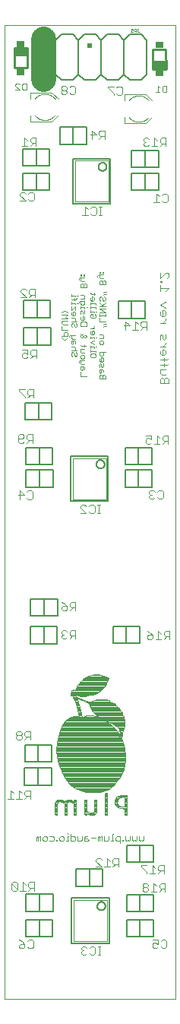
<source format=gbo>
G75*
%MOIN*%
%OFA0B0*%
%FSLAX25Y25*%
%IPPOS*%
%LPD*%
%AMOC8*
5,1,8,0,0,1.08239X$1,22.5*
%
%ADD10C,0.00394*%
%ADD11C,0.00300*%
%ADD12C,0.00200*%
%ADD13R,0.03324X0.03002*%
%ADD14R,0.03324X0.03002*%
%ADD15C,0.01000*%
%ADD16R,0.05906X0.03543*%
%ADD17C,0.00600*%
%ADD18C,0.11024*%
%ADD19C,0.00400*%
%ADD20C,0.00800*%
%ADD21R,0.02000X0.02000*%
%ADD22C,0.00100*%
D10*
X0005537Y0005537D02*
X0005537Y0432702D01*
X0080537Y0432702D01*
X0080537Y0005537D01*
X0005537Y0005537D01*
X0027626Y0086421D02*
X0028513Y0086421D01*
X0028573Y0086585D01*
X0028602Y0090577D01*
X0028613Y0091021D01*
X0028625Y0091242D01*
X0028656Y0091462D01*
X0028737Y0091668D01*
X0028860Y0091851D01*
X0029024Y0092000D01*
X0029219Y0092104D01*
X0029432Y0092164D01*
X0029653Y0092185D01*
X0029874Y0092177D01*
X0030094Y0092145D01*
X0030310Y0092095D01*
X0030522Y0092031D01*
X0030731Y0091956D01*
X0030936Y0091871D01*
X0031137Y0091777D01*
X0031532Y0091576D01*
X0031681Y0091445D01*
X0031681Y0086565D01*
X0031759Y0086421D01*
X0032647Y0086421D01*
X0032695Y0086595D01*
X0032697Y0090144D01*
X0032706Y0090810D01*
X0032714Y0091031D01*
X0032731Y0091252D01*
X0032777Y0091469D01*
X0032862Y0091674D01*
X0032984Y0091859D01*
X0033146Y0092009D01*
X0033340Y0092114D01*
X0033554Y0092171D01*
X0033775Y0092187D01*
X0033996Y0092171D01*
X0034214Y0092130D01*
X0034428Y0092071D01*
X0034637Y0091998D01*
X0034842Y0091912D01*
X0035239Y0091715D01*
X0035622Y0091490D01*
X0035781Y0091340D01*
X0035824Y0091124D01*
X0035834Y0090459D01*
X0035828Y0088906D01*
X0035801Y0086466D01*
X0035977Y0086421D01*
X0036643Y0086421D01*
X0036814Y0086472D01*
X0036814Y0092905D01*
X0036628Y0092940D01*
X0035962Y0092940D01*
X0035801Y0092880D01*
X0035798Y0092437D01*
X0035762Y0092242D01*
X0035383Y0092472D01*
X0034992Y0092681D01*
X0034587Y0092861D01*
X0034380Y0092941D01*
X0034169Y0093010D01*
X0033954Y0093063D01*
X0033734Y0093096D01*
X0033513Y0093106D01*
X0033291Y0093095D01*
X0033072Y0093060D01*
X0032858Y0093005D01*
X0032653Y0092919D01*
X0032463Y0092807D01*
X0032286Y0092673D01*
X0032127Y0092518D01*
X0031996Y0092340D01*
X0031852Y0092220D01*
X0031265Y0092534D01*
X0030867Y0092730D01*
X0030664Y0092817D01*
X0030456Y0092896D01*
X0030246Y0092966D01*
X0030032Y0093024D01*
X0029814Y0093068D01*
X0029594Y0093095D01*
X0029373Y0093102D01*
X0029151Y0093086D01*
X0028933Y0093047D01*
X0028720Y0092986D01*
X0028515Y0092902D01*
X0028322Y0092792D01*
X0028147Y0092657D01*
X0027992Y0092499D01*
X0027861Y0092320D01*
X0027754Y0092126D01*
X0027671Y0091920D01*
X0027628Y0091703D01*
X0027613Y0091482D01*
X0027593Y0090373D01*
X0027585Y0086602D01*
X0027626Y0086421D01*
X0027585Y0086725D02*
X0028574Y0086725D01*
X0028577Y0087117D02*
X0027586Y0087117D01*
X0027587Y0087509D02*
X0028579Y0087509D01*
X0028582Y0087902D02*
X0027588Y0087902D01*
X0027589Y0088294D02*
X0028585Y0088294D01*
X0028588Y0088686D02*
X0027589Y0088686D01*
X0027590Y0089078D02*
X0028591Y0089078D01*
X0028594Y0089470D02*
X0027591Y0089470D01*
X0027592Y0089863D02*
X0028597Y0089863D01*
X0028599Y0090255D02*
X0027593Y0090255D01*
X0027598Y0090647D02*
X0028604Y0090647D01*
X0028614Y0091039D02*
X0027605Y0091039D01*
X0027612Y0091431D02*
X0028651Y0091431D01*
X0028841Y0091824D02*
X0027652Y0091824D01*
X0027804Y0092216D02*
X0036814Y0092216D01*
X0036814Y0092608D02*
X0035799Y0092608D01*
X0035128Y0092608D02*
X0032219Y0092608D01*
X0032846Y0093000D02*
X0034199Y0093000D01*
X0035019Y0091824D02*
X0036814Y0091824D01*
X0036814Y0091431D02*
X0035684Y0091431D01*
X0035825Y0091039D02*
X0036814Y0091039D01*
X0036814Y0090647D02*
X0035831Y0090647D01*
X0035834Y0090255D02*
X0036814Y0090255D01*
X0036814Y0089863D02*
X0035832Y0089863D01*
X0035830Y0089470D02*
X0036814Y0089470D01*
X0036814Y0089078D02*
X0035829Y0089078D01*
X0035826Y0088686D02*
X0036814Y0088686D01*
X0036814Y0088294D02*
X0035821Y0088294D01*
X0035817Y0087902D02*
X0036814Y0087902D01*
X0036814Y0087509D02*
X0035813Y0087509D01*
X0035808Y0087117D02*
X0036814Y0087117D01*
X0036814Y0086725D02*
X0035804Y0086725D01*
X0038190Y0097350D02*
X0037987Y0097440D01*
X0037772Y0097493D01*
X0037588Y0097610D01*
X0037378Y0097678D01*
X0037177Y0097773D01*
X0036993Y0097894D01*
X0036779Y0097947D01*
X0036385Y0098122D01*
X0036190Y0098228D01*
X0035809Y0098457D01*
X0035253Y0098823D01*
X0035061Y0098934D01*
X0034895Y0099080D01*
X0034574Y0099387D01*
X0034242Y0099683D01*
X0034072Y0099825D01*
X0033894Y0099954D01*
X0033759Y0100131D01*
X0033644Y0100317D01*
X0033491Y0100478D01*
X0033348Y0100647D01*
X0033071Y0100994D01*
X0032806Y0101351D01*
X0032693Y0101541D01*
X0032562Y0101720D01*
X0032440Y0101906D01*
X0032221Y0102292D01*
X0032101Y0102474D01*
X0032009Y0102670D01*
X0031894Y0102860D01*
X0031787Y0103055D01*
X0031071Y0104435D01*
X0030778Y0105033D01*
X0030576Y0105429D01*
X0030387Y0105830D01*
X0030302Y0106035D01*
X0030205Y0106227D01*
X0030145Y0106438D01*
X0030030Y0106623D01*
X0029956Y0106831D01*
X0029861Y0107031D01*
X0029684Y0107439D01*
X0029611Y0107648D01*
X0029527Y0107852D01*
X0029457Y0108061D01*
X0029368Y0108257D01*
X0029322Y0108471D01*
X0029229Y0108668D01*
X0029193Y0108886D01*
X0029118Y0109091D01*
X0029062Y0109302D01*
X0028994Y0109512D01*
X0028901Y0109711D01*
X0028913Y0109931D01*
X0028768Y0110349D01*
X0028749Y0110568D01*
X0028673Y0110777D01*
X0028629Y0110994D01*
X0028615Y0111215D01*
X0028576Y0111433D01*
X0028509Y0111644D01*
X0028471Y0112086D01*
X0028398Y0112524D01*
X0028321Y0113186D01*
X0028251Y0113389D01*
X0028236Y0113606D01*
X0028308Y0113797D01*
X0028244Y0113998D01*
X0028226Y0114442D01*
X0028223Y0115330D01*
X0028229Y0115774D01*
X0028244Y0116218D01*
X0028260Y0116440D01*
X0028323Y0116647D01*
X0028345Y0116868D01*
X0028369Y0117312D01*
X0028389Y0117533D01*
X0028427Y0117751D01*
X0028480Y0117966D01*
X0028491Y0118187D01*
X0028517Y0118408D01*
X0028579Y0118620D01*
X0028620Y0118838D01*
X0028651Y0119058D01*
X0028728Y0119265D01*
X0028755Y0119485D01*
X0028801Y0119701D01*
X0028873Y0119911D01*
X0028912Y0120129D01*
X0028969Y0120344D01*
X0029049Y0120549D01*
X0029072Y0120770D01*
X0029153Y0120974D01*
X0029193Y0121191D01*
X0029246Y0121405D01*
X0029321Y0121612D01*
X0029357Y0121830D01*
X0029446Y0122032D01*
X0029478Y0122251D01*
X0029570Y0122452D01*
X0029607Y0122670D01*
X0029701Y0122870D01*
X0029741Y0123087D01*
X0029837Y0123286D01*
X0029884Y0123503D01*
X0029973Y0123706D01*
X0030036Y0123918D01*
X0030118Y0124123D01*
X0030215Y0124323D01*
X0030292Y0124531D01*
X0030380Y0124733D01*
X0030578Y0124770D01*
X0053229Y0124770D01*
X0053407Y0124662D01*
X0054200Y0123885D01*
X0054353Y0123724D01*
X0054494Y0123553D01*
X0055024Y0122840D01*
X0055278Y0122476D01*
X0055525Y0122107D01*
X0055643Y0121919D01*
X0055863Y0121533D01*
X0055991Y0121352D01*
X0056028Y0121135D01*
X0056136Y0121148D01*
X0056176Y0121590D01*
X0056180Y0121812D01*
X0056173Y0122034D01*
X0056158Y0122256D01*
X0056133Y0122476D01*
X0056093Y0122695D01*
X0055891Y0123329D01*
X0055647Y0123949D01*
X0055287Y0124754D01*
X0055463Y0124770D01*
X0057906Y0124770D01*
X0057832Y0124562D01*
X0057810Y0124341D01*
X0057774Y0124122D01*
X0057641Y0123957D01*
X0057449Y0123864D01*
X0057407Y0123647D01*
X0057412Y0123426D01*
X0057374Y0123208D01*
X0057313Y0122994D01*
X0057178Y0122571D01*
X0057150Y0122352D01*
X0057190Y0122134D01*
X0057208Y0121913D01*
X0057216Y0121691D01*
X0057214Y0121469D01*
X0057189Y0121249D01*
X0057028Y0120837D01*
X0056911Y0120649D01*
X0056763Y0120484D01*
X0056576Y0120369D01*
X0056590Y0120158D01*
X0056770Y0119752D01*
X0056933Y0119338D01*
X0057104Y0118929D01*
X0057157Y0118714D01*
X0057243Y0118510D01*
X0057298Y0118295D01*
X0057387Y0118094D01*
X0057437Y0117878D01*
X0057522Y0117676D01*
X0057565Y0117458D01*
X0057647Y0117253D01*
X0057694Y0117038D01*
X0057766Y0116831D01*
X0057822Y0116617D01*
X0057839Y0116396D01*
X0057936Y0116201D01*
X0057981Y0115760D01*
X0058051Y0115550D01*
X0058086Y0115331D01*
X0058100Y0115109D01*
X0058148Y0114893D01*
X0058205Y0114680D01*
X0058229Y0114237D01*
X0058258Y0114017D01*
X0058307Y0113801D01*
X0058327Y0113580D01*
X0058351Y0113136D01*
X0058372Y0112471D01*
X0058383Y0111805D01*
X0058386Y0111138D01*
X0058380Y0110694D01*
X0058363Y0110250D01*
X0058347Y0110029D01*
X0058266Y0109145D01*
X0058204Y0108705D01*
X0058110Y0108271D01*
X0058063Y0107830D01*
X0057981Y0107625D01*
X0057939Y0107184D01*
X0057855Y0106980D01*
X0057823Y0106761D01*
X0057780Y0106544D01*
X0057625Y0106128D01*
X0057487Y0105706D01*
X0057408Y0105498D01*
X0057229Y0105092D01*
X0056944Y0104490D01*
X0056736Y0104098D01*
X0056516Y0103712D01*
X0056413Y0103515D01*
X0056301Y0103324D01*
X0056173Y0103143D01*
X0056069Y0102947D01*
X0055706Y0102389D01*
X0055322Y0101844D01*
X0054926Y0101309D01*
X0054237Y0100438D01*
X0054093Y0100270D01*
X0053345Y0099448D01*
X0053041Y0099125D01*
X0052879Y0098975D01*
X0052706Y0098836D01*
X0052049Y0098238D01*
X0051324Y0097747D01*
X0051123Y0097666D01*
X0050933Y0097565D01*
X0050746Y0097451D01*
X0050536Y0097390D01*
X0050145Y0097197D01*
X0049929Y0097152D01*
X0049737Y0097047D01*
X0049520Y0097009D01*
X0049337Y0096885D01*
X0049118Y0096856D01*
X0048697Y0096731D01*
X0048477Y0096704D01*
X0048273Y0096619D01*
X0048053Y0096594D01*
X0047837Y0096548D01*
X0047630Y0096475D01*
X0047408Y0096461D01*
X0047195Y0096406D01*
X0046984Y0096343D01*
X0046763Y0096333D01*
X0046556Y0096270D01*
X0046374Y0096165D01*
X0046152Y0096157D01*
X0045930Y0096159D01*
X0045717Y0096201D01*
X0045572Y0096341D01*
X0045352Y0096368D01*
X0044908Y0096389D01*
X0044470Y0096451D01*
X0044248Y0096440D01*
X0043806Y0096402D01*
X0043140Y0096368D01*
X0042030Y0096339D01*
X0041808Y0096339D01*
X0041587Y0096349D01*
X0041157Y0096456D01*
X0040937Y0096479D01*
X0040719Y0096522D01*
X0039646Y0096809D01*
X0039434Y0096875D01*
X0039225Y0096948D01*
X0038606Y0097196D01*
X0038190Y0097350D01*
X0038285Y0097315D02*
X0050384Y0097315D01*
X0051225Y0097707D02*
X0037317Y0097707D01*
X0036437Y0098099D02*
X0051844Y0098099D01*
X0052328Y0098491D02*
X0035757Y0098491D01*
X0035148Y0098883D02*
X0052765Y0098883D01*
X0053183Y0099276D02*
X0034691Y0099276D01*
X0034259Y0099668D02*
X0053545Y0099668D01*
X0053902Y0100060D02*
X0033813Y0100060D01*
X0033515Y0100452D02*
X0054248Y0100452D01*
X0054558Y0100845D02*
X0033190Y0100845D01*
X0032890Y0101237D02*
X0054869Y0101237D01*
X0055163Y0101629D02*
X0032629Y0101629D01*
X0032374Y0102021D02*
X0055447Y0102021D01*
X0055722Y0102413D02*
X0032141Y0102413D01*
X0031927Y0102806D02*
X0055977Y0102806D01*
X0056212Y0103198D02*
X0031713Y0103198D01*
X0031510Y0103590D02*
X0056452Y0103590D01*
X0056670Y0103982D02*
X0031306Y0103982D01*
X0031102Y0104374D02*
X0056883Y0104374D01*
X0057075Y0104767D02*
X0030909Y0104767D01*
X0030714Y0105159D02*
X0057259Y0105159D01*
X0057428Y0105551D02*
X0030518Y0105551D01*
X0030340Y0105943D02*
X0057564Y0105943D01*
X0057702Y0106336D02*
X0030174Y0106336D01*
X0029993Y0106728D02*
X0057816Y0106728D01*
X0057913Y0107120D02*
X0029822Y0107120D01*
X0029658Y0107512D02*
X0057970Y0107512D01*
X0058071Y0107904D02*
X0029510Y0107904D01*
X0029359Y0108297D02*
X0058116Y0108297D01*
X0058201Y0108689D02*
X0029225Y0108689D01*
X0029122Y0109081D02*
X0058257Y0109081D01*
X0058296Y0109473D02*
X0029007Y0109473D01*
X0028909Y0109865D02*
X0058332Y0109865D01*
X0058363Y0110258D02*
X0028800Y0110258D01*
X0028719Y0110650D02*
X0058378Y0110650D01*
X0058384Y0111042D02*
X0028626Y0111042D01*
X0028576Y0111434D02*
X0058385Y0111434D01*
X0058383Y0111826D02*
X0028493Y0111826D01*
X0028449Y0112219D02*
X0058376Y0112219D01*
X0058368Y0112611D02*
X0028388Y0112611D01*
X0028342Y0113003D02*
X0058355Y0113003D01*
X0058337Y0113395D02*
X0028251Y0113395D01*
X0028305Y0113788D02*
X0058308Y0113788D01*
X0058236Y0114180D02*
X0028237Y0114180D01*
X0028226Y0114572D02*
X0058211Y0114572D01*
X0058132Y0114964D02*
X0028224Y0114964D01*
X0028223Y0115356D02*
X0058082Y0115356D01*
X0057985Y0115749D02*
X0028228Y0115749D01*
X0028241Y0116141D02*
X0057942Y0116141D01*
X0057828Y0116533D02*
X0028288Y0116533D01*
X0028348Y0116925D02*
X0057733Y0116925D01*
X0057621Y0117317D02*
X0028369Y0117317D01*
X0028420Y0117710D02*
X0057508Y0117710D01*
X0057384Y0118102D02*
X0028487Y0118102D01*
X0028542Y0118494D02*
X0057247Y0118494D01*
X0057115Y0118886D02*
X0028627Y0118886D01*
X0028730Y0119279D02*
X0056958Y0119279D01*
X0056802Y0119671D02*
X0028795Y0119671D01*
X0028900Y0120063D02*
X0056632Y0120063D01*
X0056716Y0120455D02*
X0029013Y0120455D01*
X0029103Y0120847D02*
X0057032Y0120847D01*
X0057185Y0121240D02*
X0056144Y0121240D01*
X0056010Y0121240D02*
X0029205Y0121240D01*
X0029324Y0121632D02*
X0055807Y0121632D01*
X0056177Y0121632D02*
X0057215Y0121632D01*
X0057199Y0122024D02*
X0056173Y0122024D01*
X0056140Y0122416D02*
X0057158Y0122416D01*
X0057253Y0122808D02*
X0056057Y0122808D01*
X0055932Y0123201D02*
X0057372Y0123201D01*
X0057409Y0123593D02*
X0055787Y0123593D01*
X0055631Y0123985D02*
X0057664Y0123985D01*
X0057813Y0124377D02*
X0055455Y0124377D01*
X0055458Y0124769D02*
X0057906Y0124769D01*
X0057911Y0124787D02*
X0057976Y0124996D01*
X0058114Y0125168D01*
X0058155Y0125384D01*
X0058138Y0125606D01*
X0058104Y0125825D01*
X0058056Y0126042D01*
X0057989Y0126254D01*
X0057961Y0126474D01*
X0057960Y0126696D01*
X0058028Y0126899D01*
X0058171Y0127064D01*
X0058211Y0127282D01*
X0058186Y0127502D01*
X0058131Y0127717D01*
X0057887Y0128572D01*
X0057840Y0128789D01*
X0057883Y0128998D01*
X0057906Y0129199D01*
X0057804Y0129396D01*
X0057693Y0129588D01*
X0057221Y0130341D01*
X0057126Y0130542D01*
X0057085Y0130759D01*
X0057120Y0130978D01*
X0057114Y0131196D01*
X0056986Y0131377D01*
X0056845Y0131549D01*
X0056406Y0132050D01*
X0056264Y0132221D01*
X0056129Y0132398D01*
X0056047Y0132595D01*
X0056022Y0132811D01*
X0055917Y0133006D01*
X0043410Y0133006D01*
X0043453Y0132907D02*
X0043552Y0132708D01*
X0043674Y0132523D01*
X0043784Y0132329D01*
X0043903Y0132142D01*
X0044163Y0131782D01*
X0044441Y0131435D01*
X0044879Y0130933D01*
X0045183Y0130609D01*
X0045497Y0130294D01*
X0045821Y0129990D01*
X0046158Y0129700D01*
X0046333Y0129563D01*
X0046701Y0129314D01*
X0047080Y0129082D01*
X0047171Y0128933D01*
X0046767Y0129117D01*
X0046558Y0129191D01*
X0046358Y0129280D01*
X0046147Y0129344D01*
X0045942Y0129430D01*
X0045733Y0129505D01*
X0045520Y0129566D01*
X0045300Y0129599D01*
X0045093Y0129677D01*
X0044663Y0129778D01*
X0044450Y0129842D01*
X0044013Y0129923D01*
X0043797Y0129976D01*
X0043579Y0130014D01*
X0043137Y0130068D01*
X0042916Y0130087D01*
X0042472Y0130111D01*
X0042250Y0130113D01*
X0042028Y0130107D01*
X0041809Y0130074D01*
X0041380Y0129959D01*
X0041185Y0129858D01*
X0040974Y0129792D01*
X0040585Y0129577D01*
X0040386Y0129478D01*
X0040184Y0129386D01*
X0039977Y0129304D01*
X0039766Y0129237D01*
X0039548Y0129197D01*
X0039351Y0129264D01*
X0039317Y0129482D01*
X0039211Y0129913D01*
X0039173Y0130356D01*
X0039084Y0130791D01*
X0039033Y0131232D01*
X0038999Y0131452D01*
X0038893Y0131642D01*
X0038836Y0131856D01*
X0038757Y0132294D01*
X0038701Y0132509D01*
X0038604Y0132707D01*
X0038574Y0132926D01*
X0038450Y0133349D01*
X0038422Y0133568D01*
X0038225Y0133609D01*
X0037336Y0133609D01*
X0037179Y0133559D01*
X0037230Y0133343D01*
X0037360Y0132918D01*
X0037409Y0132701D01*
X0037494Y0132265D01*
X0037616Y0131838D01*
X0037976Y0130097D01*
X0038055Y0129659D01*
X0037972Y0129505D01*
X0037753Y0129536D01*
X0037536Y0129586D01*
X0037316Y0129614D01*
X0037094Y0129628D01*
X0036650Y0129633D01*
X0036206Y0129608D01*
X0035986Y0129579D01*
X0035550Y0129491D01*
X0035331Y0129456D01*
X0035117Y0129398D01*
X0034911Y0129325D01*
X0034698Y0129271D01*
X0034493Y0129195D01*
X0034087Y0129025D01*
X0033505Y0128701D01*
X0033133Y0128473D01*
X0032952Y0128344D01*
X0032782Y0128201D01*
X0032617Y0128053D01*
X0032296Y0127745D01*
X0031988Y0127424D01*
X0031842Y0127257D01*
X0031559Y0126914D01*
X0031317Y0126542D01*
X0031082Y0126164D01*
X0030863Y0125778D01*
X0030760Y0125581D01*
X0030568Y0125180D01*
X0030397Y0124770D01*
X0053287Y0124770D01*
X0053151Y0124920D01*
X0052535Y0125561D01*
X0052378Y0125719D01*
X0052215Y0125870D01*
X0051869Y0126148D01*
X0051700Y0126293D01*
X0051524Y0126428D01*
X0050798Y0126941D01*
X0050615Y0127068D01*
X0050427Y0127185D01*
X0050248Y0127316D01*
X0050052Y0127418D01*
X0050022Y0127563D01*
X0050235Y0127505D01*
X0050436Y0127411D01*
X0050632Y0127307D01*
X0050843Y0127238D01*
X0051242Y0127045D01*
X0051656Y0126885D01*
X0051852Y0126781D01*
X0052269Y0126627D01*
X0052468Y0126528D01*
X0052877Y0126355D01*
X0053055Y0126229D01*
X0053258Y0126140D01*
X0053454Y0126035D01*
X0053637Y0125909D01*
X0053829Y0125797D01*
X0054414Y0125478D01*
X0054603Y0125362D01*
X0054787Y0125237D01*
X0054964Y0125102D01*
X0055130Y0124955D01*
X0055264Y0124779D01*
X0055479Y0124770D01*
X0057702Y0124770D01*
X0057911Y0124787D01*
X0058110Y0125162D02*
X0054885Y0125162D01*
X0054276Y0125554D02*
X0058142Y0125554D01*
X0058077Y0125946D02*
X0053582Y0125946D01*
X0052901Y0126338D02*
X0057978Y0126338D01*
X0057971Y0126731D02*
X0051988Y0126731D01*
X0051641Y0126338D02*
X0031190Y0126338D01*
X0030958Y0125946D02*
X0052120Y0125946D01*
X0052542Y0125554D02*
X0030747Y0125554D01*
X0030560Y0125162D02*
X0052919Y0125162D01*
X0053230Y0124769D02*
X0030576Y0124769D01*
X0030235Y0124377D02*
X0053698Y0124377D01*
X0054098Y0123985D02*
X0030063Y0123985D01*
X0029923Y0123593D02*
X0054462Y0123593D01*
X0054756Y0123201D02*
X0029796Y0123201D01*
X0029672Y0122808D02*
X0055046Y0122808D01*
X0055318Y0122416D02*
X0029554Y0122416D01*
X0029443Y0122024D02*
X0055577Y0122024D01*
X0055918Y0120805D02*
X0055909Y0120575D01*
X0056018Y0120718D01*
X0055918Y0120805D01*
X0057965Y0128299D02*
X0032899Y0128299D01*
X0032465Y0127907D02*
X0058077Y0127907D01*
X0058183Y0127515D02*
X0050198Y0127515D01*
X0050032Y0127515D02*
X0032075Y0127515D01*
X0031731Y0127123D02*
X0050527Y0127123D01*
X0051081Y0127123D02*
X0058182Y0127123D01*
X0057861Y0128692D02*
X0033490Y0128692D01*
X0034228Y0129084D02*
X0046839Y0129084D01*
X0047076Y0129084D02*
X0057893Y0129084D01*
X0057758Y0129476D02*
X0046462Y0129476D01*
X0045962Y0129868D02*
X0057517Y0129868D01*
X0057272Y0130260D02*
X0045533Y0130260D01*
X0045142Y0130653D02*
X0057105Y0130653D01*
X0057119Y0131045D02*
X0044781Y0131045D01*
X0044439Y0131437D02*
X0056936Y0131437D01*
X0056599Y0131829D02*
X0044129Y0131829D01*
X0043852Y0132222D02*
X0056263Y0132222D01*
X0056045Y0132614D02*
X0043614Y0132614D01*
X0043453Y0132907D02*
X0043186Y0133518D01*
X0043266Y0133609D01*
X0055267Y0133609D01*
X0043262Y0133609D01*
X0043100Y0133704D01*
X0042808Y0134304D01*
X0042721Y0134508D01*
X0042662Y0134722D01*
X0042582Y0134929D01*
X0042467Y0135119D01*
X0042326Y0135291D01*
X0042164Y0135442D01*
X0041974Y0135557D01*
X0041573Y0135748D01*
X0041178Y0135952D01*
X0040975Y0136043D01*
X0040764Y0136104D01*
X0040379Y0136306D01*
X0040161Y0136345D01*
X0039966Y0136450D01*
X0039763Y0136538D01*
X0039554Y0136614D01*
X0039355Y0136711D01*
X0039150Y0136795D01*
X0038726Y0136932D01*
X0038102Y0137166D01*
X0037890Y0137231D01*
X0037697Y0137311D01*
X0037481Y0137359D01*
X0037316Y0137260D01*
X0037356Y0137043D01*
X0037486Y0136618D01*
X0037659Y0136209D01*
X0037710Y0135994D01*
X0037790Y0135795D01*
X0037937Y0135376D01*
X0038055Y0134947D01*
X0038127Y0134737D01*
X0038177Y0134521D01*
X0038215Y0134303D01*
X0038290Y0134094D01*
X0038313Y0133874D01*
X0038389Y0133676D01*
X0038246Y0133609D01*
X0037357Y0133609D01*
X0037160Y0133639D01*
X0037061Y0134073D01*
X0037003Y0134287D01*
X0036809Y0134925D01*
X0036688Y0135353D01*
X0036575Y0135783D01*
X0036508Y0135995D01*
X0036424Y0136201D01*
X0036325Y0136400D01*
X0036211Y0136590D01*
X0035949Y0136949D01*
X0035839Y0137142D01*
X0035745Y0137344D01*
X0035670Y0137553D01*
X0035619Y0137769D01*
X0035602Y0137991D01*
X0035555Y0138207D01*
X0035418Y0138380D01*
X0035229Y0138495D01*
X0035011Y0138532D01*
X0034789Y0138541D01*
X0034594Y0138632D01*
X0034496Y0138830D01*
X0034446Y0139047D01*
X0034429Y0139268D01*
X0034438Y0139490D01*
X0034467Y0139710D01*
X0034513Y0139928D01*
X0034574Y0140142D01*
X0034648Y0140351D01*
X0034735Y0140556D01*
X0034834Y0140755D01*
X0034952Y0140943D01*
X0035100Y0141109D01*
X0035290Y0141221D01*
X0035509Y0141233D01*
X0035715Y0141152D01*
X0036112Y0140952D01*
X0036322Y0140880D01*
X0036522Y0140936D01*
X0036585Y0141149D01*
X0036689Y0141581D01*
X0036748Y0141795D01*
X0036816Y0142007D01*
X0036977Y0142421D01*
X0037150Y0142831D01*
X0037248Y0143030D01*
X0037375Y0143212D01*
X0037582Y0143277D01*
X0037725Y0143447D01*
X0037860Y0143624D01*
X0038376Y0144348D01*
X0038532Y0144506D01*
X0038929Y0144691D01*
X0039102Y0144830D01*
X0039242Y0145002D01*
X0039503Y0145362D01*
X0039624Y0145548D01*
X0039755Y0145723D01*
X0039867Y0145912D01*
X0040004Y0146087D01*
X0040174Y0146227D01*
X0040392Y0146262D01*
X0040582Y0146375D01*
X0040767Y0146498D01*
X0040975Y0146573D01*
X0041188Y0146603D01*
X0041368Y0146732D01*
X0041520Y0146894D01*
X0041678Y0147048D01*
X0041896Y0147079D01*
X0042099Y0147149D01*
X0042264Y0147293D01*
X0042474Y0147364D01*
X0042695Y0147387D01*
X0042899Y0147459D01*
X0043091Y0147563D01*
X0043520Y0147518D01*
X0043722Y0147611D01*
X0043911Y0147726D01*
X0044118Y0147803D01*
X0044337Y0147840D01*
X0044554Y0147888D01*
X0044765Y0147852D01*
X0044987Y0147846D01*
X0045209Y0147862D01*
X0045638Y0147778D01*
X0045855Y0147825D01*
X0046076Y0147846D01*
X0046520Y0147863D01*
X0046742Y0147864D01*
X0046965Y0147854D01*
X0047122Y0147735D01*
X0047265Y0147588D01*
X0047486Y0147576D01*
X0047925Y0147634D01*
X0048055Y0147459D01*
X0048227Y0147328D01*
X0048447Y0147323D01*
X0048880Y0147416D01*
X0049056Y0147290D01*
X0049115Y0147079D01*
X0049311Y0147008D01*
X0049532Y0147030D01*
X0049752Y0147061D01*
X0049972Y0147053D01*
X0050070Y0146863D01*
X0050460Y0146680D01*
X0050676Y0146632D01*
X0050895Y0146601D01*
X0050985Y0146405D01*
X0051052Y0146233D01*
X0050959Y0146035D01*
X0050909Y0145821D01*
X0050775Y0145644D01*
X0050659Y0145456D01*
X0050595Y0145246D01*
X0050445Y0145083D01*
X0050382Y0144875D01*
X0050336Y0144660D01*
X0050068Y0144306D01*
X0050000Y0144100D01*
X0050086Y0143896D01*
X0050021Y0143691D01*
X0049878Y0143520D01*
X0049750Y0143339D01*
X0049666Y0143134D01*
X0049522Y0142968D01*
X0049338Y0142842D01*
X0049162Y0142708D01*
X0049080Y0142511D01*
X0049088Y0142292D01*
X0048890Y0142203D01*
X0048741Y0142039D01*
X0048666Y0141838D01*
X0048311Y0141585D01*
X0048163Y0141420D01*
X0047988Y0141283D01*
X0047791Y0141183D01*
X0047629Y0141032D01*
X0047574Y0140824D01*
X0047413Y0140679D01*
X0047224Y0140561D01*
X0047096Y0140389D01*
X0046931Y0140242D01*
X0046544Y0140024D01*
X0046390Y0139865D01*
X0046196Y0139770D01*
X0045756Y0139711D01*
X0045573Y0139590D01*
X0045413Y0139436D01*
X0045206Y0139361D01*
X0044986Y0139328D01*
X0044768Y0139287D01*
X0044554Y0139228D01*
X0044351Y0139138D01*
X0044180Y0138999D01*
X0043962Y0138959D01*
X0042854Y0138879D01*
X0042412Y0138827D01*
X0042196Y0138776D01*
X0042088Y0138620D01*
X0041912Y0138537D01*
X0040582Y0138445D01*
X0040367Y0138393D01*
X0040183Y0138268D01*
X0039972Y0138210D01*
X0039527Y0138219D01*
X0039306Y0138237D01*
X0039085Y0138267D01*
X0038867Y0138308D01*
X0038651Y0138361D01*
X0038008Y0138539D01*
X0037801Y0138619D01*
X0037399Y0138809D01*
X0037004Y0139012D01*
X0036795Y0139017D01*
X0036815Y0138355D01*
X0036856Y0138143D01*
X0037249Y0137959D01*
X0037441Y0137850D01*
X0037659Y0137812D01*
X0037838Y0137695D01*
X0038032Y0137603D01*
X0038235Y0137522D01*
X0038420Y0137408D01*
X0038633Y0137373D01*
X0038832Y0137282D01*
X0039044Y0137246D01*
X0039227Y0137126D01*
X0039411Y0137026D01*
X0039627Y0136987D01*
X0039827Y0136899D01*
X0039997Y0136759D01*
X0040433Y0136688D01*
X0040626Y0136592D01*
X0040815Y0136482D01*
X0041036Y0136458D01*
X0041215Y0136344D01*
X0041423Y0136277D01*
X0041625Y0136198D01*
X0041837Y0136151D01*
X0042025Y0136062D01*
X0042227Y0135981D01*
X0042446Y0135949D01*
X0042644Y0135851D01*
X0042862Y0135818D01*
X0043075Y0135877D01*
X0043256Y0136003D01*
X0043469Y0136059D01*
X0043862Y0136268D01*
X0044070Y0136344D01*
X0044270Y0136441D01*
X0044466Y0136546D01*
X0044680Y0136598D01*
X0044884Y0136687D01*
X0045078Y0136794D01*
X0045500Y0136916D01*
X0045706Y0136999D01*
X0045919Y0137061D01*
X0046136Y0137109D01*
X0046357Y0137113D01*
X0046551Y0137013D01*
X0046764Y0136974D01*
X0047207Y0137012D01*
X0047874Y0137022D01*
X0048763Y0137005D01*
X0049429Y0136970D01*
X0050311Y0136857D01*
X0050531Y0136825D01*
X0050749Y0136779D01*
X0050962Y0136717D01*
X0051151Y0136606D01*
X0051360Y0136539D01*
X0051523Y0136389D01*
X0051615Y0136192D01*
X0051720Y0136004D01*
X0051905Y0135881D01*
X0052105Y0135785D01*
X0052321Y0135735D01*
X0052527Y0135654D01*
X0052730Y0135563D01*
X0052941Y0135494D01*
X0053155Y0135437D01*
X0053563Y0135260D01*
X0053771Y0135183D01*
X0053931Y0135034D01*
X0054034Y0134838D01*
X0054105Y0134631D01*
X0054246Y0134459D01*
X0054408Y0134307D01*
X0054923Y0133884D01*
X0055104Y0133759D01*
X0055267Y0133609D01*
X0055606Y0133322D01*
X0055770Y0133172D01*
X0055917Y0133006D01*
X0055516Y0133398D02*
X0043238Y0133398D01*
X0043058Y0133790D02*
X0055059Y0133790D01*
X0054560Y0134183D02*
X0042867Y0134183D01*
X0042703Y0134575D02*
X0054151Y0134575D01*
X0053966Y0134967D02*
X0042560Y0134967D01*
X0042253Y0135359D02*
X0053334Y0135359D01*
X0052250Y0135751D02*
X0041565Y0135751D01*
X0041853Y0136144D02*
X0040688Y0136144D01*
X0040723Y0136536D02*
X0039768Y0136536D01*
X0039761Y0136928D02*
X0038738Y0136928D01*
X0038748Y0137320D02*
X0037656Y0137320D01*
X0037416Y0137320D02*
X0035756Y0137320D01*
X0035633Y0137712D02*
X0037811Y0137712D01*
X0038161Y0138497D02*
X0041328Y0138497D01*
X0042995Y0138889D02*
X0037244Y0138889D01*
X0036799Y0138889D02*
X0034482Y0138889D01*
X0034430Y0139281D02*
X0044749Y0139281D01*
X0045699Y0139674D02*
X0034463Y0139674D01*
X0034553Y0140066D02*
X0046618Y0140066D01*
X0047148Y0140458D02*
X0034693Y0140458D01*
X0034894Y0140850D02*
X0047581Y0140850D01*
X0047908Y0141242D02*
X0036608Y0141242D01*
X0036704Y0141635D02*
X0048381Y0141635D01*
X0048736Y0142027D02*
X0036823Y0142027D01*
X0036977Y0142419D02*
X0049084Y0142419D01*
X0049297Y0142811D02*
X0037142Y0142811D01*
X0037369Y0143203D02*
X0049694Y0143203D01*
X0049941Y0143596D02*
X0037839Y0143596D01*
X0038119Y0143988D02*
X0050047Y0143988D01*
X0050124Y0144380D02*
X0038408Y0144380D01*
X0039031Y0144772D02*
X0050360Y0144772D01*
X0050520Y0145165D02*
X0039360Y0145165D01*
X0039630Y0145557D02*
X0050721Y0145557D01*
X0050939Y0145949D02*
X0039896Y0145949D01*
X0040525Y0146341D02*
X0051010Y0146341D01*
X0050346Y0146733D02*
X0041370Y0146733D01*
X0042030Y0147126D02*
X0049102Y0147126D01*
X0048012Y0147518D02*
X0043007Y0147518D01*
X0044448Y0136536D02*
X0051363Y0136536D01*
X0051642Y0136144D02*
X0043628Y0136144D01*
X0045530Y0136928D02*
X0049755Y0136928D01*
X0051096Y0126731D02*
X0031439Y0126731D01*
X0035219Y0138497D02*
X0036811Y0138497D01*
X0036938Y0138105D02*
X0035577Y0138105D01*
X0035964Y0136928D02*
X0037392Y0136928D01*
X0037521Y0136536D02*
X0036243Y0136536D01*
X0036447Y0136144D02*
X0037675Y0136144D01*
X0037805Y0135751D02*
X0036584Y0135751D01*
X0036686Y0135359D02*
X0037942Y0135359D01*
X0038049Y0134967D02*
X0036797Y0134967D01*
X0036915Y0134575D02*
X0038165Y0134575D01*
X0038258Y0134183D02*
X0037031Y0134183D01*
X0037125Y0133790D02*
X0038345Y0133790D01*
X0038444Y0133398D02*
X0037217Y0133398D01*
X0037333Y0133006D02*
X0038551Y0133006D01*
X0038649Y0132614D02*
X0037426Y0132614D01*
X0037507Y0132222D02*
X0038770Y0132222D01*
X0038843Y0131829D02*
X0037618Y0131829D01*
X0037699Y0131437D02*
X0039001Y0131437D01*
X0039054Y0131045D02*
X0037780Y0131045D01*
X0037861Y0130653D02*
X0039112Y0130653D01*
X0039181Y0130260D02*
X0037942Y0130260D01*
X0038017Y0129868D02*
X0039222Y0129868D01*
X0039318Y0129476D02*
X0035457Y0129476D01*
X0040383Y0129476D02*
X0045815Y0129476D01*
X0044309Y0129868D02*
X0041205Y0129868D01*
X0039299Y0096922D02*
X0049392Y0096922D01*
X0049689Y0095892D02*
X0049588Y0095771D01*
X0049588Y0086421D01*
X0050478Y0086421D01*
X0050579Y0086543D01*
X0050579Y0095892D01*
X0049689Y0095892D01*
X0049588Y0095746D02*
X0050579Y0095746D01*
X0050579Y0095354D02*
X0049588Y0095354D01*
X0049588Y0094961D02*
X0050579Y0094961D01*
X0050579Y0094569D02*
X0049588Y0094569D01*
X0049588Y0094177D02*
X0050579Y0094177D01*
X0050579Y0093785D02*
X0049588Y0093785D01*
X0049588Y0093393D02*
X0050579Y0093393D01*
X0050579Y0093000D02*
X0049588Y0093000D01*
X0049588Y0092608D02*
X0050579Y0092608D01*
X0050579Y0092216D02*
X0049588Y0092216D01*
X0049588Y0091824D02*
X0050579Y0091824D01*
X0050579Y0091431D02*
X0049588Y0091431D01*
X0049588Y0091039D02*
X0050579Y0091039D01*
X0050579Y0090647D02*
X0049588Y0090647D01*
X0049588Y0090255D02*
X0050579Y0090255D01*
X0050579Y0089863D02*
X0049588Y0089863D01*
X0049588Y0089470D02*
X0050579Y0089470D01*
X0050579Y0089078D02*
X0049588Y0089078D01*
X0049588Y0088686D02*
X0050579Y0088686D01*
X0050579Y0088294D02*
X0049588Y0088294D01*
X0049588Y0087902D02*
X0050579Y0087902D01*
X0050579Y0087509D02*
X0049588Y0087509D01*
X0049588Y0087117D02*
X0050579Y0087117D01*
X0050579Y0086725D02*
X0049588Y0086725D01*
X0047787Y0096530D02*
X0040689Y0096530D01*
X0040555Y0092941D02*
X0040514Y0092759D01*
X0040514Y0086534D01*
X0040624Y0086421D01*
X0041292Y0086421D01*
X0041482Y0086453D01*
X0041484Y0086898D01*
X0041501Y0087119D01*
X0041696Y0087030D01*
X0042085Y0086815D01*
X0042283Y0086714D01*
X0042688Y0086532D01*
X0042896Y0086453D01*
X0043108Y0086384D01*
X0043322Y0086327D01*
X0043540Y0086283D01*
X0043761Y0086256D01*
X0043983Y0086246D01*
X0044205Y0086257D01*
X0044425Y0086290D01*
X0044640Y0086346D01*
X0044846Y0086429D01*
X0045040Y0086537D01*
X0045219Y0086669D01*
X0045380Y0086822D01*
X0045518Y0086996D01*
X0045630Y0087188D01*
X0045719Y0087391D01*
X0045773Y0087607D01*
X0045801Y0087827D01*
X0045825Y0088271D01*
X0045837Y0088938D01*
X0045844Y0092941D01*
X0044955Y0092941D01*
X0044817Y0092858D01*
X0044848Y0091079D01*
X0044843Y0089745D01*
X0044813Y0088634D01*
X0044786Y0088190D01*
X0044758Y0087969D01*
X0044706Y0087754D01*
X0044610Y0087554D01*
X0044471Y0087381D01*
X0044286Y0087258D01*
X0044076Y0087186D01*
X0043857Y0087155D01*
X0043634Y0087155D01*
X0043414Y0087180D01*
X0043196Y0087224D01*
X0042982Y0087285D01*
X0042773Y0087360D01*
X0042363Y0087532D01*
X0041963Y0087726D01*
X0041767Y0087832D01*
X0041578Y0087948D01*
X0041472Y0088112D01*
X0041507Y0092782D01*
X0041445Y0092941D01*
X0040555Y0092941D01*
X0040514Y0092608D02*
X0041506Y0092608D01*
X0041503Y0092216D02*
X0040514Y0092216D01*
X0040514Y0091824D02*
X0041500Y0091824D01*
X0041497Y0091431D02*
X0040514Y0091431D01*
X0040514Y0091039D02*
X0041494Y0091039D01*
X0041491Y0090647D02*
X0040514Y0090647D01*
X0040514Y0090255D02*
X0041488Y0090255D01*
X0041485Y0089863D02*
X0040514Y0089863D01*
X0040514Y0089470D02*
X0041482Y0089470D01*
X0041479Y0089078D02*
X0040514Y0089078D01*
X0040514Y0088686D02*
X0041476Y0088686D01*
X0041473Y0088294D02*
X0040514Y0088294D01*
X0040514Y0087902D02*
X0041654Y0087902D01*
X0041506Y0087117D02*
X0045589Y0087117D01*
X0045748Y0087509D02*
X0044574Y0087509D01*
X0044742Y0087902D02*
X0045805Y0087902D01*
X0045826Y0088294D02*
X0044792Y0088294D01*
X0044814Y0088686D02*
X0045833Y0088686D01*
X0045837Y0089078D02*
X0044825Y0089078D01*
X0044836Y0089470D02*
X0045838Y0089470D01*
X0045839Y0089863D02*
X0044844Y0089863D01*
X0044845Y0090255D02*
X0045839Y0090255D01*
X0045840Y0090647D02*
X0044847Y0090647D01*
X0044848Y0091039D02*
X0045841Y0091039D01*
X0045841Y0091431D02*
X0044842Y0091431D01*
X0044835Y0091824D02*
X0045842Y0091824D01*
X0045843Y0092216D02*
X0044828Y0092216D01*
X0044822Y0092608D02*
X0045844Y0092608D01*
X0045278Y0086725D02*
X0042262Y0086725D01*
X0041483Y0086725D02*
X0040514Y0086725D01*
X0040514Y0087117D02*
X0041501Y0087117D01*
X0042416Y0087509D02*
X0040514Y0087509D01*
X0043299Y0086333D02*
X0044588Y0086333D01*
X0054015Y0090879D02*
X0054125Y0090685D01*
X0054247Y0090500D01*
X0054383Y0090324D01*
X0054533Y0090160D01*
X0054695Y0090008D01*
X0054869Y0089870D01*
X0055054Y0089747D01*
X0055248Y0089638D01*
X0055449Y0089543D01*
X0055656Y0089462D01*
X0055867Y0089393D01*
X0056082Y0089335D01*
X0056299Y0089287D01*
X0056738Y0089218D01*
X0057181Y0089175D01*
X0057846Y0089137D01*
X0058053Y0089115D01*
X0058043Y0086447D01*
X0058240Y0086421D01*
X0058907Y0086421D01*
X0059123Y0086427D01*
X0059123Y0092431D01*
X0058233Y0092431D01*
X0058060Y0092480D01*
X0058064Y0093370D01*
X0058057Y0093592D01*
X0058039Y0094037D01*
X0058004Y0094230D01*
X0057115Y0094185D01*
X0056894Y0094163D01*
X0056673Y0094131D01*
X0056455Y0094087D01*
X0056241Y0094028D01*
X0056033Y0093950D01*
X0055834Y0093851D01*
X0055646Y0093731D01*
X0055472Y0093593D01*
X0055316Y0093435D01*
X0055200Y0093245D01*
X0055124Y0093036D01*
X0055075Y0092819D01*
X0055039Y0092600D01*
X0054962Y0092431D01*
X0053849Y0092431D01*
X0053832Y0092614D01*
X0053871Y0092833D01*
X0053926Y0093048D01*
X0053997Y0093259D01*
X0054084Y0093464D01*
X0054190Y0093659D01*
X0054312Y0093845D01*
X0054452Y0094018D01*
X0054607Y0094177D01*
X0057037Y0094177D01*
X0057085Y0095014D02*
X0056642Y0094979D01*
X0056421Y0094952D01*
X0056201Y0094916D01*
X0055984Y0094868D01*
X0055770Y0094809D01*
X0055558Y0094740D01*
X0055351Y0094658D01*
X0055151Y0094562D01*
X0054959Y0094449D01*
X0054777Y0094321D01*
X0054607Y0094177D01*
X0054273Y0093785D02*
X0055730Y0093785D01*
X0055290Y0093393D02*
X0054054Y0093393D01*
X0053914Y0093000D02*
X0055116Y0093000D01*
X0055041Y0092608D02*
X0053833Y0092608D01*
X0053978Y0092431D02*
X0053800Y0092376D01*
X0053729Y0092167D01*
X0053734Y0091945D01*
X0053753Y0091723D01*
X0053789Y0091504D01*
X0053845Y0091289D01*
X0053920Y0091080D01*
X0054015Y0090879D01*
X0053940Y0091039D02*
X0055101Y0091039D01*
X0055062Y0091095D02*
X0054964Y0091294D01*
X0054899Y0091507D01*
X0054862Y0091726D01*
X0054842Y0091947D01*
X0054889Y0092162D01*
X0054993Y0092358D01*
X0054867Y0092431D01*
X0053978Y0092431D01*
X0053745Y0092216D02*
X0054918Y0092216D01*
X0054853Y0091824D02*
X0053744Y0091824D01*
X0053808Y0091431D02*
X0054922Y0091431D01*
X0055062Y0091095D02*
X0055189Y0090913D01*
X0055335Y0090745D01*
X0055496Y0090592D01*
X0055671Y0090455D01*
X0055861Y0090339D01*
X0056061Y0090243D01*
X0056270Y0090166D01*
X0056484Y0090105D01*
X0056701Y0090059D01*
X0057141Y0089996D01*
X0057584Y0089958D01*
X0057806Y0089948D01*
X0058028Y0089959D01*
X0058071Y0090160D01*
X0058074Y0090827D01*
X0058060Y0092383D01*
X0058234Y0092431D01*
X0059123Y0092431D01*
X0059123Y0094878D01*
X0059087Y0095064D01*
X0057530Y0095033D01*
X0057085Y0095014D01*
X0056494Y0094961D02*
X0059107Y0094961D01*
X0059123Y0094569D02*
X0055166Y0094569D01*
X0055438Y0090647D02*
X0054150Y0090647D01*
X0054446Y0090255D02*
X0056036Y0090255D01*
X0055635Y0089470D02*
X0059123Y0089470D01*
X0059123Y0089078D02*
X0058053Y0089078D01*
X0058052Y0088686D02*
X0059123Y0088686D01*
X0059123Y0088294D02*
X0058050Y0088294D01*
X0058049Y0087902D02*
X0059123Y0087902D01*
X0059123Y0087509D02*
X0058047Y0087509D01*
X0058045Y0087117D02*
X0059123Y0087117D01*
X0059123Y0086725D02*
X0058044Y0086725D01*
X0059123Y0089863D02*
X0054880Y0089863D01*
X0058072Y0090255D02*
X0059123Y0090255D01*
X0059123Y0090647D02*
X0058073Y0090647D01*
X0058072Y0091039D02*
X0059123Y0091039D01*
X0059123Y0091431D02*
X0058068Y0091431D01*
X0058065Y0091824D02*
X0059123Y0091824D01*
X0059123Y0092216D02*
X0058062Y0092216D01*
X0058060Y0092608D02*
X0059123Y0092608D01*
X0059123Y0093000D02*
X0058062Y0093000D01*
X0058063Y0093393D02*
X0059123Y0093393D01*
X0059123Y0093785D02*
X0058050Y0093785D01*
X0058014Y0094177D02*
X0059123Y0094177D01*
X0032961Y0091824D02*
X0031037Y0091824D01*
X0031681Y0091431D02*
X0032769Y0091431D01*
X0032715Y0091039D02*
X0031681Y0091039D01*
X0031681Y0090647D02*
X0032704Y0090647D01*
X0032699Y0090255D02*
X0031681Y0090255D01*
X0031681Y0089863D02*
X0032697Y0089863D01*
X0032697Y0089470D02*
X0031681Y0089470D01*
X0031681Y0089078D02*
X0032697Y0089078D01*
X0032696Y0088686D02*
X0031681Y0088686D01*
X0031681Y0088294D02*
X0032696Y0088294D01*
X0032696Y0087902D02*
X0031681Y0087902D01*
X0031681Y0087509D02*
X0032696Y0087509D01*
X0032695Y0087117D02*
X0031681Y0087117D01*
X0031681Y0086725D02*
X0032695Y0086725D01*
X0031115Y0092608D02*
X0028099Y0092608D01*
X0028770Y0093000D02*
X0030118Y0093000D01*
D11*
X0033024Y0078365D02*
X0033024Y0077881D01*
X0033024Y0076913D02*
X0033024Y0074978D01*
X0033508Y0074978D02*
X0032540Y0074978D01*
X0031544Y0075462D02*
X0031060Y0074978D01*
X0030092Y0074978D01*
X0029609Y0075462D01*
X0029609Y0076430D01*
X0030092Y0076913D01*
X0031060Y0076913D01*
X0031544Y0076430D01*
X0031544Y0075462D01*
X0033024Y0076913D02*
X0033508Y0076913D01*
X0034519Y0076913D02*
X0035971Y0076913D01*
X0036454Y0076430D01*
X0036454Y0075462D01*
X0035971Y0074978D01*
X0034519Y0074978D01*
X0034519Y0077881D01*
X0037466Y0076913D02*
X0037466Y0074978D01*
X0038917Y0074978D01*
X0039401Y0075462D01*
X0039401Y0076913D01*
X0040412Y0076430D02*
X0040412Y0074978D01*
X0041864Y0074978D01*
X0042347Y0075462D01*
X0041864Y0075946D01*
X0040412Y0075946D01*
X0040412Y0076430D02*
X0040896Y0076913D01*
X0041864Y0076913D01*
X0043359Y0076430D02*
X0045294Y0076430D01*
X0046305Y0076430D02*
X0046305Y0074978D01*
X0047273Y0074978D02*
X0047273Y0076430D01*
X0046789Y0076913D01*
X0046305Y0076430D01*
X0047273Y0076430D02*
X0047757Y0076913D01*
X0048240Y0076913D01*
X0048240Y0074978D01*
X0049252Y0074978D02*
X0049252Y0076913D01*
X0049252Y0074978D02*
X0050703Y0074978D01*
X0051187Y0075462D01*
X0051187Y0076913D01*
X0052184Y0074978D02*
X0053151Y0074978D01*
X0052668Y0074978D02*
X0052668Y0077881D01*
X0053151Y0077881D01*
X0054163Y0076430D02*
X0054163Y0075462D01*
X0054647Y0074978D01*
X0056098Y0074978D01*
X0056098Y0074011D02*
X0056098Y0076913D01*
X0054647Y0076913D01*
X0054163Y0076430D01*
X0053486Y0067255D02*
X0052869Y0066638D01*
X0052869Y0065403D01*
X0053486Y0064786D01*
X0055337Y0064786D01*
X0055337Y0063552D02*
X0055337Y0067255D01*
X0053486Y0067255D01*
X0054103Y0064786D02*
X0052869Y0063552D01*
X0051654Y0063552D02*
X0049185Y0063552D01*
X0050420Y0063552D02*
X0050420Y0067255D01*
X0051654Y0066020D01*
X0047971Y0066638D02*
X0047354Y0067255D01*
X0046119Y0067255D01*
X0045502Y0066638D01*
X0045502Y0066020D01*
X0047971Y0063552D01*
X0045502Y0063552D01*
X0057087Y0074978D02*
X0057571Y0074978D01*
X0057571Y0075462D01*
X0057087Y0075462D01*
X0057087Y0074978D01*
X0058583Y0075462D02*
X0058583Y0076913D01*
X0058583Y0075462D02*
X0059066Y0074978D01*
X0059550Y0075462D01*
X0060034Y0074978D01*
X0060518Y0075462D01*
X0060518Y0076913D01*
X0061529Y0076913D02*
X0061529Y0075462D01*
X0062013Y0074978D01*
X0062497Y0075462D01*
X0062980Y0074978D01*
X0063464Y0075462D01*
X0063464Y0076913D01*
X0064476Y0076913D02*
X0064476Y0075462D01*
X0064959Y0074978D01*
X0065443Y0075462D01*
X0065927Y0074978D01*
X0066411Y0075462D01*
X0066411Y0076913D01*
X0065466Y0064298D02*
X0065466Y0063681D01*
X0067935Y0061212D01*
X0067935Y0060595D01*
X0069149Y0060595D02*
X0071618Y0060595D01*
X0072832Y0060595D02*
X0074067Y0061829D01*
X0073449Y0061829D02*
X0075301Y0061829D01*
X0075301Y0060595D02*
X0075301Y0064298D01*
X0073449Y0064298D01*
X0072832Y0063681D01*
X0072832Y0062447D01*
X0073449Y0061829D01*
X0073957Y0056423D02*
X0073340Y0055806D01*
X0073340Y0054572D01*
X0073957Y0053954D01*
X0075809Y0053954D01*
X0075809Y0052720D02*
X0075809Y0056423D01*
X0073957Y0056423D01*
X0074574Y0053954D02*
X0073340Y0052720D01*
X0072126Y0052720D02*
X0069657Y0052720D01*
X0068443Y0053337D02*
X0068443Y0053954D01*
X0067825Y0054572D01*
X0066591Y0054572D01*
X0065974Y0053954D01*
X0065974Y0053337D01*
X0066591Y0052720D01*
X0067825Y0052720D01*
X0068443Y0053337D01*
X0067825Y0054572D02*
X0068443Y0055189D01*
X0068443Y0055806D01*
X0067825Y0056423D01*
X0066591Y0056423D01*
X0065974Y0055806D01*
X0065974Y0055189D01*
X0066591Y0054572D01*
X0065466Y0064298D02*
X0067935Y0064298D01*
X0070384Y0064298D02*
X0070384Y0060595D01*
X0071618Y0063064D02*
X0070384Y0064298D01*
X0070891Y0056423D02*
X0070891Y0052720D01*
X0072126Y0055189D02*
X0070891Y0056423D01*
X0070333Y0031655D02*
X0072801Y0031655D01*
X0072801Y0029803D01*
X0071567Y0030421D01*
X0070950Y0030421D01*
X0070333Y0029803D01*
X0070333Y0028569D01*
X0070950Y0027952D01*
X0072184Y0027952D01*
X0072801Y0028569D01*
X0074016Y0028569D02*
X0074633Y0027952D01*
X0075867Y0027952D01*
X0076484Y0028569D01*
X0076484Y0031038D01*
X0075867Y0031655D01*
X0074633Y0031655D01*
X0074016Y0031038D01*
X0074128Y0163301D02*
X0071660Y0163301D01*
X0072894Y0163301D02*
X0072894Y0167004D01*
X0074128Y0165770D01*
X0075343Y0166387D02*
X0075343Y0165153D01*
X0075960Y0164535D01*
X0077811Y0164535D01*
X0076577Y0164535D02*
X0075343Y0163301D01*
X0075343Y0166387D02*
X0075960Y0167004D01*
X0077811Y0167004D01*
X0077811Y0163301D01*
X0070445Y0163918D02*
X0069828Y0163301D01*
X0068594Y0163301D01*
X0067976Y0163918D01*
X0067976Y0164535D01*
X0068594Y0165153D01*
X0070445Y0165153D01*
X0070445Y0163918D01*
X0070445Y0165153D02*
X0069211Y0166387D01*
X0067976Y0167004D01*
X0069542Y0224884D02*
X0070777Y0224884D01*
X0071394Y0225501D01*
X0070160Y0226735D02*
X0069542Y0226735D01*
X0068925Y0226118D01*
X0068925Y0225501D01*
X0069542Y0224884D01*
X0069542Y0226735D02*
X0068925Y0227353D01*
X0068925Y0227970D01*
X0069542Y0228587D01*
X0070777Y0228587D01*
X0071394Y0227970D01*
X0072608Y0227970D02*
X0073226Y0228587D01*
X0074460Y0228587D01*
X0075077Y0227970D01*
X0075077Y0225501D01*
X0074460Y0224884D01*
X0073226Y0224884D01*
X0072608Y0225501D01*
X0072306Y0249020D02*
X0072306Y0252723D01*
X0073540Y0251489D01*
X0074755Y0252106D02*
X0074755Y0250872D01*
X0075372Y0250254D01*
X0077223Y0250254D01*
X0077223Y0249020D02*
X0077223Y0252723D01*
X0075372Y0252723D01*
X0074755Y0252106D01*
X0075989Y0250254D02*
X0074755Y0249020D01*
X0073540Y0249020D02*
X0071072Y0249020D01*
X0069857Y0249637D02*
X0069240Y0249020D01*
X0068006Y0249020D01*
X0067388Y0249637D01*
X0067388Y0250872D01*
X0068006Y0251489D01*
X0068623Y0251489D01*
X0069857Y0250872D01*
X0069857Y0252723D01*
X0067388Y0252723D01*
X0073687Y0275629D02*
X0073687Y0277480D01*
X0074304Y0278098D01*
X0074921Y0278098D01*
X0075539Y0277480D01*
X0075539Y0275629D01*
X0075539Y0277480D02*
X0076156Y0278098D01*
X0076773Y0278098D01*
X0077390Y0277480D01*
X0077390Y0275629D01*
X0073687Y0275629D01*
X0074304Y0279312D02*
X0073687Y0279929D01*
X0073687Y0281781D01*
X0076156Y0281781D01*
X0075539Y0282995D02*
X0075539Y0284230D01*
X0075539Y0285451D02*
X0075539Y0286685D01*
X0075539Y0287906D02*
X0076156Y0288523D01*
X0076156Y0289758D01*
X0075539Y0290375D01*
X0074921Y0290375D01*
X0074921Y0287906D01*
X0074304Y0287906D02*
X0075539Y0287906D01*
X0074304Y0287906D02*
X0073687Y0288523D01*
X0073687Y0289758D01*
X0073687Y0291589D02*
X0076156Y0291589D01*
X0076156Y0292824D02*
X0076156Y0293441D01*
X0076156Y0292824D02*
X0074921Y0291589D01*
X0075539Y0294658D02*
X0074921Y0295276D01*
X0074921Y0296510D01*
X0074304Y0297127D01*
X0073687Y0296510D01*
X0073687Y0294658D01*
X0073687Y0302025D02*
X0076156Y0302025D01*
X0076156Y0303259D02*
X0076156Y0303876D01*
X0076156Y0303259D02*
X0074921Y0302025D01*
X0074921Y0305094D02*
X0074921Y0307563D01*
X0075539Y0307563D01*
X0076156Y0306946D01*
X0076156Y0305711D01*
X0075539Y0305094D01*
X0074304Y0305094D01*
X0073687Y0305711D01*
X0073687Y0306946D01*
X0073687Y0310012D02*
X0076156Y0311246D01*
X0076156Y0308777D02*
X0073687Y0310012D01*
X0073687Y0316143D02*
X0073687Y0318612D01*
X0073687Y0319827D02*
X0073687Y0320444D01*
X0074304Y0320444D01*
X0074304Y0319827D01*
X0073687Y0319827D01*
X0073687Y0321668D02*
X0076156Y0324137D01*
X0076773Y0324137D01*
X0077390Y0323520D01*
X0077390Y0322285D01*
X0076773Y0321668D01*
X0077390Y0317378D02*
X0073687Y0317378D01*
X0073687Y0321668D02*
X0073687Y0324137D01*
X0077390Y0317378D02*
X0076156Y0316143D01*
X0076156Y0297127D02*
X0076156Y0295276D01*
X0075539Y0294658D01*
X0077390Y0286685D02*
X0076773Y0286068D01*
X0073687Y0286068D01*
X0073687Y0283612D02*
X0076773Y0283612D01*
X0077390Y0284230D01*
X0076156Y0279312D02*
X0074304Y0279312D01*
X0067685Y0299104D02*
X0067685Y0302808D01*
X0065833Y0302808D01*
X0065216Y0302190D01*
X0065216Y0300956D01*
X0065833Y0300339D01*
X0067685Y0300339D01*
X0066450Y0300339D02*
X0065216Y0299104D01*
X0064002Y0299104D02*
X0061533Y0299104D01*
X0060319Y0300956D02*
X0057850Y0300956D01*
X0058467Y0299104D02*
X0058467Y0302808D01*
X0060319Y0300956D01*
X0062767Y0302808D02*
X0062767Y0299104D01*
X0064002Y0301573D02*
X0062767Y0302808D01*
X0070904Y0355045D02*
X0073373Y0355045D01*
X0074587Y0355662D02*
X0075204Y0355045D01*
X0076439Y0355045D01*
X0077056Y0355662D01*
X0077056Y0358131D01*
X0076439Y0358748D01*
X0075204Y0358748D01*
X0074587Y0358131D01*
X0073373Y0357513D02*
X0072138Y0358748D01*
X0072138Y0355045D01*
X0072499Y0379497D02*
X0070031Y0379497D01*
X0071265Y0379497D02*
X0071265Y0383200D01*
X0072499Y0381965D01*
X0073714Y0381348D02*
X0074331Y0380731D01*
X0076183Y0380731D01*
X0076183Y0379497D02*
X0076183Y0383200D01*
X0074331Y0383200D01*
X0073714Y0382583D01*
X0073714Y0381348D01*
X0074948Y0380731D02*
X0073714Y0379497D01*
X0068816Y0380114D02*
X0068199Y0379497D01*
X0066965Y0379497D01*
X0066348Y0380114D01*
X0066348Y0380731D01*
X0066965Y0381348D01*
X0067582Y0381348D01*
X0066965Y0381348D02*
X0066348Y0381965D01*
X0066348Y0382583D01*
X0066965Y0383200D01*
X0068199Y0383200D01*
X0068816Y0382583D01*
X0071684Y0403219D02*
X0073619Y0403219D01*
X0072651Y0403219D02*
X0072651Y0406121D01*
X0073619Y0405154D01*
X0074630Y0405637D02*
X0075114Y0406121D01*
X0076565Y0406121D01*
X0076565Y0403219D01*
X0075114Y0403219D01*
X0074630Y0403702D01*
X0074630Y0405637D01*
X0057015Y0405195D02*
X0057015Y0402727D01*
X0056397Y0402109D01*
X0055163Y0402109D01*
X0054546Y0402727D01*
X0054546Y0405195D02*
X0055163Y0405813D01*
X0056397Y0405813D01*
X0057015Y0405195D01*
X0053331Y0405813D02*
X0050863Y0405813D01*
X0050863Y0405195D01*
X0053331Y0402727D01*
X0053331Y0402109D01*
X0049402Y0386477D02*
X0049402Y0382774D01*
X0049402Y0384008D02*
X0047551Y0384008D01*
X0046934Y0384626D01*
X0046934Y0385860D01*
X0047551Y0386477D01*
X0049402Y0386477D01*
X0048168Y0384008D02*
X0046934Y0382774D01*
X0045719Y0384626D02*
X0043250Y0384626D01*
X0043868Y0386477D02*
X0045719Y0384626D01*
X0043868Y0386477D02*
X0043868Y0382774D01*
X0035849Y0402268D02*
X0036466Y0402885D01*
X0036466Y0405353D01*
X0035849Y0405971D01*
X0034615Y0405971D01*
X0033998Y0405353D01*
X0032783Y0405353D02*
X0032783Y0404736D01*
X0032166Y0404119D01*
X0030932Y0404119D01*
X0030315Y0403502D01*
X0030315Y0402885D01*
X0030932Y0402268D01*
X0032166Y0402268D01*
X0032783Y0402885D01*
X0032783Y0403502D01*
X0032166Y0404119D01*
X0030932Y0404119D02*
X0030315Y0404736D01*
X0030315Y0405353D01*
X0030932Y0405971D01*
X0032166Y0405971D01*
X0032783Y0405353D01*
X0033998Y0402885D02*
X0034615Y0402268D01*
X0035849Y0402268D01*
X0019195Y0383336D02*
X0019195Y0379633D01*
X0019195Y0380868D02*
X0017343Y0380868D01*
X0016726Y0381485D01*
X0016726Y0382719D01*
X0017343Y0383336D01*
X0019195Y0383336D01*
X0017961Y0380868D02*
X0016726Y0379633D01*
X0015512Y0379633D02*
X0013043Y0379633D01*
X0014277Y0379633D02*
X0014277Y0383336D01*
X0015512Y0382102D01*
X0015092Y0404205D02*
X0013641Y0404205D01*
X0013157Y0404689D01*
X0013157Y0406624D01*
X0013641Y0407108D01*
X0015092Y0407108D01*
X0015092Y0404205D01*
X0012146Y0404205D02*
X0010211Y0406140D01*
X0010211Y0406624D01*
X0010694Y0407108D01*
X0011662Y0407108D01*
X0012146Y0406624D01*
X0012146Y0404205D02*
X0010211Y0404205D01*
X0012865Y0359241D02*
X0012248Y0358624D01*
X0012248Y0358007D01*
X0014717Y0355538D01*
X0012248Y0355538D01*
X0012865Y0359241D02*
X0014100Y0359241D01*
X0014717Y0358624D01*
X0015931Y0358624D02*
X0016548Y0359241D01*
X0017783Y0359241D01*
X0018400Y0358624D01*
X0018400Y0356155D01*
X0017783Y0355538D01*
X0016548Y0355538D01*
X0015931Y0356155D01*
X0016872Y0316878D02*
X0016254Y0316261D01*
X0016254Y0315027D01*
X0016872Y0314410D01*
X0018723Y0314410D01*
X0017489Y0314410D02*
X0016254Y0313175D01*
X0015040Y0313175D02*
X0012571Y0315644D01*
X0012571Y0316261D01*
X0013188Y0316878D01*
X0014423Y0316878D01*
X0015040Y0316261D01*
X0015040Y0313175D02*
X0012571Y0313175D01*
X0016872Y0316878D02*
X0018723Y0316878D01*
X0018723Y0313175D01*
X0019300Y0290280D02*
X0017448Y0290280D01*
X0016831Y0289663D01*
X0016831Y0288428D01*
X0017448Y0287811D01*
X0019300Y0287811D01*
X0019300Y0286577D02*
X0019300Y0290280D01*
X0018065Y0287811D02*
X0016831Y0286577D01*
X0015617Y0287194D02*
X0014999Y0286577D01*
X0013765Y0286577D01*
X0013148Y0287194D01*
X0013148Y0288428D01*
X0013765Y0289046D01*
X0014382Y0289046D01*
X0015617Y0288428D01*
X0015617Y0290280D01*
X0013148Y0290280D01*
X0014342Y0272864D02*
X0011873Y0272864D01*
X0011873Y0272247D01*
X0014342Y0269778D01*
X0014342Y0269161D01*
X0015556Y0269161D02*
X0016791Y0270395D01*
X0016174Y0270395D02*
X0018025Y0270395D01*
X0018025Y0269161D02*
X0018025Y0272864D01*
X0016174Y0272864D01*
X0015556Y0272247D01*
X0015556Y0271012D01*
X0016174Y0270395D01*
X0015771Y0253153D02*
X0015153Y0252536D01*
X0015153Y0251302D01*
X0015771Y0250684D01*
X0017622Y0250684D01*
X0017622Y0249450D02*
X0017622Y0253153D01*
X0015771Y0253153D01*
X0016388Y0250684D02*
X0015153Y0249450D01*
X0013939Y0250067D02*
X0013322Y0249450D01*
X0012087Y0249450D01*
X0011470Y0250067D01*
X0011470Y0252536D01*
X0012087Y0253153D01*
X0013322Y0253153D01*
X0013939Y0252536D01*
X0013939Y0251919D01*
X0013322Y0251302D01*
X0011470Y0251302D01*
X0012219Y0228489D02*
X0014070Y0226637D01*
X0011602Y0226637D01*
X0012219Y0224786D02*
X0012219Y0228489D01*
X0015285Y0227872D02*
X0015902Y0228489D01*
X0017136Y0228489D01*
X0017754Y0227872D01*
X0017754Y0225403D01*
X0017136Y0224786D01*
X0015902Y0224786D01*
X0015285Y0225403D01*
X0030438Y0179710D02*
X0031673Y0179093D01*
X0032907Y0177858D01*
X0031055Y0177858D01*
X0030438Y0177241D01*
X0030438Y0176624D01*
X0031055Y0176007D01*
X0032290Y0176007D01*
X0032907Y0176624D01*
X0032907Y0177858D01*
X0034121Y0177858D02*
X0034738Y0177241D01*
X0036590Y0177241D01*
X0035356Y0177241D02*
X0034121Y0176007D01*
X0034121Y0177858D02*
X0034121Y0179093D01*
X0034738Y0179710D01*
X0036590Y0179710D01*
X0036590Y0176007D01*
X0036503Y0167324D02*
X0034652Y0167324D01*
X0034035Y0166707D01*
X0034035Y0165473D01*
X0034652Y0164856D01*
X0036503Y0164856D01*
X0036503Y0163621D02*
X0036503Y0167324D01*
X0035269Y0164856D02*
X0034035Y0163621D01*
X0032820Y0164238D02*
X0032203Y0163621D01*
X0030969Y0163621D01*
X0030351Y0164238D01*
X0030351Y0164856D01*
X0030969Y0165473D01*
X0031586Y0165473D01*
X0030969Y0165473D02*
X0030351Y0166090D01*
X0030351Y0166707D01*
X0030969Y0167324D01*
X0032203Y0167324D01*
X0032820Y0166707D01*
X0016737Y0123016D02*
X0016737Y0119313D01*
X0016737Y0120548D02*
X0014886Y0120548D01*
X0014268Y0121165D01*
X0014268Y0122399D01*
X0014886Y0123016D01*
X0016737Y0123016D01*
X0015503Y0120548D02*
X0014268Y0119313D01*
X0013054Y0119930D02*
X0013054Y0120548D01*
X0012437Y0121165D01*
X0011202Y0121165D01*
X0010585Y0120548D01*
X0010585Y0119930D01*
X0011202Y0119313D01*
X0012437Y0119313D01*
X0013054Y0119930D01*
X0012437Y0121165D02*
X0013054Y0121782D01*
X0013054Y0122399D01*
X0012437Y0123016D01*
X0011202Y0123016D01*
X0010585Y0122399D01*
X0010585Y0121782D01*
X0011202Y0121165D01*
X0011827Y0097056D02*
X0011827Y0093353D01*
X0013061Y0093353D02*
X0010592Y0093353D01*
X0009378Y0093353D02*
X0006909Y0093353D01*
X0008144Y0093353D02*
X0008144Y0097056D01*
X0009378Y0095822D01*
X0011827Y0097056D02*
X0013061Y0095822D01*
X0014276Y0096439D02*
X0014276Y0095204D01*
X0014893Y0094587D01*
X0016744Y0094587D01*
X0015510Y0094587D02*
X0014276Y0093353D01*
X0014276Y0096439D02*
X0014893Y0097056D01*
X0016744Y0097056D01*
X0016744Y0093353D01*
X0019779Y0076913D02*
X0019296Y0076430D01*
X0019296Y0074978D01*
X0020263Y0074978D02*
X0020263Y0076430D01*
X0019779Y0076913D01*
X0020263Y0076430D02*
X0020747Y0076913D01*
X0021231Y0076913D01*
X0021231Y0074978D01*
X0022242Y0075462D02*
X0022242Y0076430D01*
X0022726Y0076913D01*
X0023693Y0076913D01*
X0024177Y0076430D01*
X0024177Y0075462D01*
X0023693Y0074978D01*
X0022726Y0074978D01*
X0022242Y0075462D01*
X0025189Y0074978D02*
X0026640Y0074978D01*
X0027124Y0075462D01*
X0027124Y0076430D01*
X0026640Y0076913D01*
X0025189Y0076913D01*
X0028113Y0075462D02*
X0028113Y0074978D01*
X0028597Y0074978D01*
X0028597Y0075462D01*
X0028113Y0075462D01*
X0018387Y0056848D02*
X0018387Y0053145D01*
X0018387Y0054380D02*
X0016535Y0054380D01*
X0015918Y0054997D01*
X0015918Y0056231D01*
X0016535Y0056848D01*
X0018387Y0056848D01*
X0017153Y0054380D02*
X0015918Y0053145D01*
X0014704Y0053145D02*
X0012235Y0053145D01*
X0013470Y0053145D02*
X0013470Y0056848D01*
X0014704Y0055614D01*
X0011021Y0056231D02*
X0011021Y0053762D01*
X0008552Y0056231D01*
X0008552Y0053762D01*
X0009169Y0053145D01*
X0010404Y0053145D01*
X0011021Y0053762D01*
X0011021Y0056231D02*
X0010404Y0056848D01*
X0009169Y0056848D01*
X0008552Y0056231D01*
X0011812Y0031556D02*
X0013046Y0030939D01*
X0014281Y0029705D01*
X0012429Y0029705D01*
X0011812Y0029087D01*
X0011812Y0028470D01*
X0012429Y0027853D01*
X0013663Y0027853D01*
X0014281Y0028470D01*
X0014281Y0029705D01*
X0015495Y0030939D02*
X0016112Y0031556D01*
X0017347Y0031556D01*
X0017964Y0030939D01*
X0017964Y0028470D01*
X0017347Y0027853D01*
X0016112Y0027853D01*
X0015495Y0028470D01*
D12*
X0035834Y0031006D02*
X0035834Y0049006D01*
X0050434Y0049006D01*
X0050434Y0031006D01*
X0035834Y0031006D01*
X0035425Y0224737D02*
X0035425Y0242737D01*
X0050025Y0242737D01*
X0050025Y0224737D01*
X0035425Y0224737D01*
X0047094Y0277529D02*
X0047094Y0278808D01*
X0047520Y0279234D01*
X0047946Y0279234D01*
X0048373Y0278808D01*
X0048373Y0277529D01*
X0048373Y0278808D02*
X0048799Y0279234D01*
X0049225Y0279234D01*
X0049652Y0278808D01*
X0049652Y0277529D01*
X0047094Y0277529D01*
X0047520Y0280066D02*
X0047094Y0280493D01*
X0047094Y0281772D01*
X0048373Y0281772D01*
X0048799Y0281345D01*
X0048799Y0280493D01*
X0047946Y0280493D02*
X0047946Y0281772D01*
X0048373Y0282604D02*
X0047946Y0283030D01*
X0047946Y0283883D01*
X0047520Y0284309D01*
X0047094Y0283883D01*
X0047094Y0282604D01*
X0047946Y0280493D02*
X0047520Y0280066D01*
X0048373Y0282604D02*
X0048799Y0283030D01*
X0048799Y0284309D01*
X0048373Y0285141D02*
X0048799Y0285568D01*
X0048799Y0286420D01*
X0048373Y0286847D01*
X0047946Y0286847D01*
X0047946Y0285141D01*
X0047520Y0285141D02*
X0048373Y0285141D01*
X0047520Y0285141D02*
X0047094Y0285568D01*
X0047094Y0286420D01*
X0047520Y0287679D02*
X0047094Y0288105D01*
X0047094Y0289384D01*
X0049652Y0289384D01*
X0048799Y0289384D02*
X0048799Y0288105D01*
X0048373Y0287679D01*
X0047520Y0287679D01*
X0047520Y0292754D02*
X0047094Y0293181D01*
X0047094Y0294033D01*
X0047520Y0294460D01*
X0048373Y0294460D01*
X0048799Y0294033D01*
X0048799Y0293181D01*
X0048373Y0292754D01*
X0047520Y0292754D01*
X0047094Y0295292D02*
X0048799Y0295292D01*
X0048799Y0296571D01*
X0048373Y0296997D01*
X0047094Y0296997D01*
X0045944Y0295718D02*
X0045518Y0295718D01*
X0044665Y0295718D02*
X0042960Y0295718D01*
X0042960Y0295292D02*
X0042960Y0296145D01*
X0043386Y0296984D02*
X0044239Y0296984D01*
X0044665Y0297410D01*
X0044665Y0298263D01*
X0044239Y0298689D01*
X0043813Y0298689D01*
X0043813Y0296984D01*
X0043386Y0296984D02*
X0042960Y0297410D01*
X0042960Y0298263D01*
X0042960Y0299521D02*
X0044665Y0299521D01*
X0043813Y0299521D02*
X0044665Y0300374D01*
X0044665Y0300800D01*
X0045092Y0304173D02*
X0043386Y0304173D01*
X0042960Y0304600D01*
X0042960Y0305452D01*
X0043386Y0305879D01*
X0044239Y0305879D01*
X0044239Y0305026D01*
X0045092Y0304173D02*
X0045518Y0304600D01*
X0045518Y0305452D01*
X0045092Y0305879D01*
X0044665Y0306711D02*
X0044665Y0307137D01*
X0042960Y0307137D01*
X0042960Y0306711D02*
X0042960Y0307564D01*
X0042960Y0308403D02*
X0042960Y0309255D01*
X0042960Y0308829D02*
X0045518Y0308829D01*
X0045518Y0308403D01*
X0045518Y0307137D02*
X0045944Y0307137D01*
X0047094Y0306711D02*
X0049652Y0306711D01*
X0047094Y0308416D01*
X0049652Y0308416D01*
X0049652Y0309249D02*
X0047094Y0309249D01*
X0047946Y0309249D02*
X0049652Y0310954D01*
X0049225Y0311786D02*
X0048799Y0311786D01*
X0048373Y0312213D01*
X0048373Y0313065D01*
X0047946Y0313492D01*
X0047520Y0313492D01*
X0047094Y0313065D01*
X0047094Y0312213D01*
X0047520Y0311786D01*
X0047094Y0310954D02*
X0048373Y0309675D01*
X0049225Y0311786D02*
X0049652Y0312213D01*
X0049652Y0313065D01*
X0049225Y0313492D01*
X0048799Y0314324D02*
X0049225Y0314750D01*
X0050078Y0314750D01*
X0050078Y0315603D02*
X0049225Y0315603D01*
X0048799Y0315177D01*
X0048373Y0318976D02*
X0048373Y0320255D01*
X0047946Y0320681D01*
X0047520Y0320681D01*
X0047094Y0320255D01*
X0047094Y0318976D01*
X0049652Y0318976D01*
X0049652Y0320255D01*
X0049225Y0320681D01*
X0048799Y0320681D01*
X0048373Y0320255D01*
X0048799Y0321514D02*
X0047520Y0321514D01*
X0047094Y0321940D01*
X0047094Y0323219D01*
X0046667Y0323219D02*
X0046241Y0322793D01*
X0046241Y0322366D01*
X0046667Y0323219D02*
X0048799Y0323219D01*
X0048799Y0324051D02*
X0048373Y0324051D01*
X0048373Y0324478D01*
X0048799Y0324478D01*
X0048799Y0324051D01*
X0047520Y0324051D02*
X0047094Y0324051D01*
X0047094Y0324478D01*
X0047520Y0324478D01*
X0047520Y0324051D01*
X0044665Y0315177D02*
X0044665Y0314324D01*
X0045092Y0314750D02*
X0043386Y0314750D01*
X0042960Y0315177D01*
X0043813Y0313492D02*
X0043813Y0311786D01*
X0044239Y0311786D02*
X0044665Y0312213D01*
X0044665Y0313065D01*
X0044239Y0313492D01*
X0043813Y0313492D01*
X0042960Y0313065D02*
X0042960Y0312213D01*
X0043386Y0311786D01*
X0044239Y0311786D01*
X0042960Y0310947D02*
X0042960Y0310095D01*
X0042960Y0310521D02*
X0045518Y0310521D01*
X0045518Y0310095D01*
X0047094Y0305872D02*
X0047094Y0305019D01*
X0047094Y0305446D02*
X0049652Y0305446D01*
X0049652Y0305872D02*
X0049652Y0305019D01*
X0049652Y0302482D02*
X0047094Y0302482D01*
X0047094Y0304187D01*
X0049225Y0301646D02*
X0048799Y0301220D01*
X0049225Y0301646D02*
X0050078Y0301646D01*
X0050078Y0300793D02*
X0049225Y0300793D01*
X0048799Y0300367D01*
X0045944Y0291489D02*
X0045518Y0291489D01*
X0044665Y0291489D02*
X0042960Y0291489D01*
X0042960Y0291063D02*
X0042960Y0291915D01*
X0042960Y0290223D02*
X0042960Y0289371D01*
X0042960Y0289797D02*
X0045518Y0289797D01*
X0045518Y0289371D01*
X0045092Y0288539D02*
X0045518Y0288112D01*
X0045518Y0287260D01*
X0045092Y0286833D01*
X0043386Y0286833D01*
X0042960Y0287260D01*
X0042960Y0288112D01*
X0043386Y0288539D01*
X0045092Y0288539D01*
X0044665Y0291063D02*
X0044665Y0291489D01*
X0044665Y0292754D02*
X0042960Y0293607D01*
X0044665Y0294460D01*
X0044665Y0295292D02*
X0044665Y0295718D01*
X0041810Y0308829D02*
X0041384Y0308829D01*
X0040531Y0308829D02*
X0038826Y0308829D01*
X0038826Y0308403D02*
X0038826Y0309255D01*
X0039252Y0310095D02*
X0038826Y0310521D01*
X0038826Y0311800D01*
X0038400Y0311800D02*
X0040531Y0311800D01*
X0040531Y0310521D01*
X0040105Y0310095D01*
X0039252Y0310095D01*
X0040531Y0308829D02*
X0040531Y0308403D01*
X0040531Y0307571D02*
X0040531Y0306292D01*
X0040105Y0305865D01*
X0039679Y0306292D01*
X0039679Y0307144D01*
X0039252Y0307571D01*
X0038826Y0307144D01*
X0038826Y0305865D01*
X0039679Y0305033D02*
X0039679Y0303328D01*
X0040105Y0303328D02*
X0039252Y0303328D01*
X0038826Y0303754D01*
X0038826Y0304607D01*
X0039679Y0305033D02*
X0040105Y0305033D01*
X0040531Y0304607D01*
X0040531Y0303754D01*
X0040105Y0303328D01*
X0039252Y0302495D02*
X0040958Y0302495D01*
X0041384Y0302069D01*
X0041384Y0300790D01*
X0038826Y0300790D01*
X0038826Y0302069D01*
X0039252Y0302495D01*
X0038826Y0297420D02*
X0040531Y0295715D01*
X0040958Y0295715D01*
X0041384Y0296141D01*
X0040958Y0296567D01*
X0040531Y0296567D01*
X0039679Y0295715D01*
X0039252Y0295715D01*
X0038826Y0296141D01*
X0038826Y0296567D01*
X0039679Y0297420D01*
X0040531Y0292338D02*
X0040531Y0291485D01*
X0040958Y0291912D02*
X0039252Y0291912D01*
X0038826Y0292338D01*
X0038826Y0290653D02*
X0040531Y0290653D01*
X0040531Y0288948D02*
X0039252Y0288948D01*
X0038826Y0289374D01*
X0038826Y0290653D01*
X0037250Y0290005D02*
X0034692Y0290005D01*
X0035118Y0289173D02*
X0034692Y0288747D01*
X0034692Y0287894D01*
X0035118Y0287468D01*
X0035971Y0287894D02*
X0035971Y0288747D01*
X0035545Y0289173D01*
X0035118Y0289173D01*
X0035971Y0290005D02*
X0036398Y0290432D01*
X0036398Y0291284D01*
X0035971Y0291711D01*
X0034692Y0291711D01*
X0035118Y0292543D02*
X0035545Y0292969D01*
X0035545Y0294248D01*
X0035971Y0294248D02*
X0034692Y0294248D01*
X0034692Y0292969D01*
X0035118Y0292543D01*
X0036398Y0293822D02*
X0035971Y0294248D01*
X0036398Y0293822D02*
X0036398Y0292969D01*
X0036398Y0295080D02*
X0035118Y0295080D01*
X0034692Y0295507D01*
X0034692Y0296786D01*
X0034266Y0296786D02*
X0033839Y0296359D01*
X0033839Y0295933D01*
X0033116Y0296349D02*
X0033116Y0297628D01*
X0032690Y0298055D01*
X0031837Y0298055D01*
X0031411Y0297628D01*
X0031411Y0296349D01*
X0030558Y0296349D02*
X0033116Y0296349D01*
X0033116Y0295510D02*
X0032264Y0294657D01*
X0031411Y0294657D01*
X0030558Y0295510D01*
X0030558Y0298887D02*
X0030558Y0300592D01*
X0030985Y0301424D02*
X0030558Y0301851D01*
X0030558Y0302703D01*
X0030985Y0303130D01*
X0033116Y0303130D01*
X0033116Y0303962D02*
X0032264Y0304815D01*
X0033116Y0305667D01*
X0030558Y0305667D01*
X0030558Y0306500D02*
X0031411Y0307352D01*
X0032264Y0307352D01*
X0033116Y0306500D01*
X0033116Y0303962D02*
X0030558Y0303962D01*
X0030985Y0301424D02*
X0033116Y0301424D01*
X0033116Y0298887D02*
X0030558Y0298887D01*
X0034266Y0296786D02*
X0036398Y0296786D01*
X0036398Y0300156D02*
X0035971Y0300582D01*
X0035971Y0301435D01*
X0035545Y0301861D01*
X0035118Y0301861D01*
X0034692Y0301435D01*
X0034692Y0300582D01*
X0035118Y0300156D01*
X0034692Y0302693D02*
X0037250Y0302693D01*
X0036824Y0301861D02*
X0037250Y0301435D01*
X0037250Y0300582D01*
X0036824Y0300156D01*
X0036398Y0300156D01*
X0035971Y0302693D02*
X0036398Y0303120D01*
X0036398Y0303972D01*
X0035971Y0304399D01*
X0034692Y0304399D01*
X0035118Y0305231D02*
X0035971Y0305231D01*
X0036398Y0305657D01*
X0036398Y0306510D01*
X0035971Y0306936D01*
X0035545Y0306936D01*
X0035545Y0305231D01*
X0035118Y0305231D02*
X0034692Y0305657D01*
X0034692Y0306510D01*
X0034692Y0307768D02*
X0034692Y0309474D01*
X0034692Y0310306D02*
X0034692Y0311159D01*
X0034692Y0310732D02*
X0036398Y0310732D01*
X0036398Y0310306D01*
X0036398Y0309474D02*
X0034692Y0307768D01*
X0035971Y0311998D02*
X0035971Y0312850D01*
X0036398Y0313689D02*
X0036398Y0314116D01*
X0034692Y0314116D01*
X0034692Y0314542D02*
X0034692Y0313689D01*
X0034692Y0312424D02*
X0036824Y0312424D01*
X0037250Y0312850D01*
X0037250Y0314116D02*
X0037677Y0314116D01*
X0038826Y0314338D02*
X0040105Y0314338D01*
X0040531Y0313911D01*
X0040531Y0312632D01*
X0038826Y0312632D01*
X0038400Y0311800D02*
X0037973Y0311374D01*
X0037973Y0310947D01*
X0037677Y0310732D02*
X0037250Y0310732D01*
X0036398Y0309474D02*
X0036398Y0307768D01*
X0038826Y0317707D02*
X0038826Y0318986D01*
X0039252Y0319413D01*
X0039679Y0319413D01*
X0040105Y0318986D01*
X0040105Y0317707D01*
X0038826Y0317707D02*
X0041384Y0317707D01*
X0041384Y0318986D01*
X0040958Y0319413D01*
X0040531Y0319413D01*
X0040105Y0318986D01*
X0040531Y0320245D02*
X0039252Y0320245D01*
X0038826Y0320671D01*
X0038826Y0321950D01*
X0038400Y0321950D02*
X0037973Y0321524D01*
X0037973Y0321098D01*
X0038400Y0321950D02*
X0040531Y0321950D01*
X0040531Y0322783D02*
X0040105Y0322783D01*
X0040105Y0323209D01*
X0040531Y0323209D01*
X0040531Y0322783D01*
X0039252Y0322783D02*
X0038826Y0322783D01*
X0038826Y0323209D01*
X0039252Y0323209D01*
X0039252Y0322783D01*
X0036361Y0355161D02*
X0036361Y0373161D01*
X0050961Y0373161D01*
X0050961Y0355161D01*
X0036361Y0355161D01*
X0036824Y0289173D02*
X0037250Y0288747D01*
X0037250Y0287894D01*
X0036824Y0287468D01*
X0036398Y0287468D01*
X0035971Y0287894D01*
X0038400Y0285578D02*
X0037973Y0285152D01*
X0037973Y0284725D01*
X0038826Y0284299D02*
X0038826Y0285578D01*
X0038400Y0285578D02*
X0040531Y0285578D01*
X0040105Y0286410D02*
X0039252Y0286410D01*
X0038826Y0286837D01*
X0038826Y0287689D01*
X0039252Y0288116D01*
X0040105Y0288116D01*
X0040531Y0287689D01*
X0040531Y0286837D01*
X0040105Y0286410D01*
X0038826Y0284299D02*
X0039252Y0283873D01*
X0040531Y0283873D01*
X0040105Y0283040D02*
X0038826Y0283040D01*
X0038826Y0281761D01*
X0039252Y0281335D01*
X0039679Y0281761D01*
X0039679Y0283040D01*
X0040105Y0283040D02*
X0040531Y0282614D01*
X0040531Y0281761D01*
X0041384Y0278797D02*
X0038826Y0278797D01*
X0038826Y0280503D01*
D13*
X0073341Y0411516D03*
D14*
X0073341Y0423870D03*
X0012613Y0424405D03*
X0012613Y0412051D03*
D15*
X0010338Y0413849D02*
X0009763Y0413858D01*
X0015319Y0413927D01*
X0015456Y0413849D01*
X0015456Y0422511D01*
X0009658Y0422553D01*
X0009693Y0413927D01*
X0070498Y0413411D02*
X0076296Y0413368D01*
X0076261Y0421994D01*
X0076191Y0422064D02*
X0070635Y0421994D01*
X0070498Y0422072D01*
X0070498Y0413411D01*
X0075616Y0422072D02*
X0076191Y0422064D01*
D16*
X0073450Y0415183D03*
X0012504Y0420739D03*
D17*
X0017840Y0426037D02*
X0017840Y0411037D01*
X0020340Y0408537D01*
X0025340Y0408537D01*
X0027840Y0411037D01*
X0027840Y0426037D01*
X0030340Y0428537D01*
X0035340Y0428537D01*
X0037840Y0426037D01*
X0037840Y0411037D01*
X0040340Y0408537D01*
X0045340Y0408537D01*
X0047840Y0411037D01*
X0047840Y0426037D01*
X0050340Y0428537D01*
X0055340Y0428537D01*
X0057840Y0426037D01*
X0060340Y0428537D01*
X0065340Y0428537D01*
X0067840Y0426037D01*
X0067840Y0411037D01*
X0065340Y0408537D01*
X0060340Y0408537D01*
X0057840Y0411037D01*
X0057840Y0426037D01*
X0057840Y0411037D02*
X0055340Y0408537D01*
X0050340Y0408537D01*
X0047840Y0411037D01*
X0047840Y0426037D02*
X0045340Y0428537D01*
X0040340Y0428537D01*
X0037840Y0426037D01*
X0037840Y0411037D02*
X0035340Y0408537D01*
X0030340Y0408537D01*
X0027840Y0411037D01*
X0027840Y0426037D02*
X0025340Y0428537D01*
X0020340Y0428537D01*
X0017840Y0426037D01*
X0019317Y0378372D02*
X0013411Y0378372D01*
X0013411Y0370891D01*
X0019317Y0370891D01*
X0019317Y0378372D01*
X0025222Y0378372D01*
X0025222Y0370891D01*
X0019317Y0370891D01*
X0019317Y0367742D02*
X0019317Y0360261D01*
X0013411Y0360261D01*
X0013411Y0367742D01*
X0019317Y0367742D01*
X0025222Y0367742D01*
X0025222Y0360261D01*
X0019317Y0360261D01*
X0029659Y0380480D02*
X0029659Y0387960D01*
X0035565Y0387960D01*
X0035565Y0380480D01*
X0029659Y0380480D01*
X0035565Y0380480D02*
X0041470Y0380480D01*
X0041470Y0387960D01*
X0035565Y0387960D01*
X0035461Y0374061D02*
X0051861Y0374061D01*
X0051861Y0354261D01*
X0035461Y0354261D01*
X0035461Y0374061D01*
X0046661Y0370561D02*
X0046663Y0370645D01*
X0046669Y0370730D01*
X0046679Y0370813D01*
X0046693Y0370897D01*
X0046710Y0370979D01*
X0046732Y0371061D01*
X0046757Y0371141D01*
X0046786Y0371220D01*
X0046819Y0371298D01*
X0046855Y0371374D01*
X0046895Y0371449D01*
X0046939Y0371521D01*
X0046985Y0371592D01*
X0047035Y0371660D01*
X0047088Y0371725D01*
X0047144Y0371788D01*
X0047203Y0371849D01*
X0047265Y0371906D01*
X0047329Y0371961D01*
X0047396Y0372012D01*
X0047465Y0372061D01*
X0047537Y0372106D01*
X0047610Y0372147D01*
X0047685Y0372185D01*
X0047762Y0372220D01*
X0047841Y0372251D01*
X0047921Y0372278D01*
X0048002Y0372301D01*
X0048084Y0372321D01*
X0048167Y0372337D01*
X0048250Y0372349D01*
X0048335Y0372357D01*
X0048419Y0372361D01*
X0048503Y0372361D01*
X0048587Y0372357D01*
X0048672Y0372349D01*
X0048755Y0372337D01*
X0048838Y0372321D01*
X0048920Y0372301D01*
X0049001Y0372278D01*
X0049081Y0372251D01*
X0049160Y0372220D01*
X0049237Y0372185D01*
X0049312Y0372147D01*
X0049385Y0372106D01*
X0049457Y0372061D01*
X0049526Y0372012D01*
X0049593Y0371961D01*
X0049657Y0371906D01*
X0049719Y0371849D01*
X0049778Y0371788D01*
X0049834Y0371725D01*
X0049887Y0371660D01*
X0049937Y0371592D01*
X0049983Y0371521D01*
X0050027Y0371449D01*
X0050067Y0371374D01*
X0050103Y0371298D01*
X0050136Y0371220D01*
X0050165Y0371141D01*
X0050190Y0371061D01*
X0050212Y0370979D01*
X0050229Y0370897D01*
X0050243Y0370813D01*
X0050253Y0370730D01*
X0050259Y0370645D01*
X0050261Y0370561D01*
X0050259Y0370477D01*
X0050253Y0370392D01*
X0050243Y0370309D01*
X0050229Y0370225D01*
X0050212Y0370143D01*
X0050190Y0370061D01*
X0050165Y0369981D01*
X0050136Y0369902D01*
X0050103Y0369824D01*
X0050067Y0369748D01*
X0050027Y0369673D01*
X0049983Y0369601D01*
X0049937Y0369530D01*
X0049887Y0369462D01*
X0049834Y0369397D01*
X0049778Y0369334D01*
X0049719Y0369273D01*
X0049657Y0369216D01*
X0049593Y0369161D01*
X0049526Y0369110D01*
X0049457Y0369061D01*
X0049385Y0369016D01*
X0049312Y0368975D01*
X0049237Y0368937D01*
X0049160Y0368902D01*
X0049081Y0368871D01*
X0049001Y0368844D01*
X0048920Y0368821D01*
X0048838Y0368801D01*
X0048755Y0368785D01*
X0048672Y0368773D01*
X0048587Y0368765D01*
X0048503Y0368761D01*
X0048419Y0368761D01*
X0048335Y0368765D01*
X0048250Y0368773D01*
X0048167Y0368785D01*
X0048084Y0368801D01*
X0048002Y0368821D01*
X0047921Y0368844D01*
X0047841Y0368871D01*
X0047762Y0368902D01*
X0047685Y0368937D01*
X0047610Y0368975D01*
X0047537Y0369016D01*
X0047465Y0369061D01*
X0047396Y0369110D01*
X0047329Y0369161D01*
X0047265Y0369216D01*
X0047203Y0369273D01*
X0047144Y0369334D01*
X0047088Y0369397D01*
X0047035Y0369462D01*
X0046985Y0369530D01*
X0046939Y0369601D01*
X0046895Y0369673D01*
X0046855Y0369748D01*
X0046819Y0369824D01*
X0046786Y0369902D01*
X0046757Y0369981D01*
X0046732Y0370061D01*
X0046710Y0370143D01*
X0046693Y0370225D01*
X0046679Y0370309D01*
X0046669Y0370392D01*
X0046663Y0370477D01*
X0046661Y0370561D01*
X0055357Y0311509D02*
X0061262Y0311509D01*
X0061262Y0304028D01*
X0055357Y0304028D01*
X0055357Y0311509D01*
X0061262Y0311509D02*
X0067168Y0311509D01*
X0067168Y0304028D01*
X0061262Y0304028D01*
X0061229Y0360196D02*
X0061229Y0367677D01*
X0067134Y0367677D01*
X0067134Y0360196D01*
X0061229Y0360196D01*
X0061159Y0370326D02*
X0061159Y0377806D01*
X0067064Y0377806D01*
X0067064Y0370326D01*
X0061159Y0370326D01*
X0067064Y0370326D02*
X0072970Y0370326D01*
X0072970Y0377806D01*
X0067064Y0377806D01*
X0067134Y0367677D02*
X0073040Y0367677D01*
X0073040Y0360196D01*
X0067134Y0360196D01*
X0064268Y0247446D02*
X0058363Y0247446D01*
X0058363Y0239966D01*
X0064268Y0239966D01*
X0064268Y0247446D01*
X0070174Y0247446D01*
X0070174Y0239966D01*
X0064268Y0239966D01*
X0064268Y0237526D02*
X0064268Y0230046D01*
X0058363Y0230046D01*
X0058363Y0237526D01*
X0064268Y0237526D01*
X0070174Y0237526D01*
X0070174Y0230046D01*
X0064268Y0230046D01*
X0064791Y0168993D02*
X0058885Y0168993D01*
X0058885Y0161512D01*
X0052980Y0161512D01*
X0052980Y0168993D01*
X0058885Y0168993D01*
X0058885Y0161512D02*
X0064791Y0161512D01*
X0064791Y0168993D01*
X0050925Y0223837D02*
X0034525Y0223837D01*
X0034525Y0243637D01*
X0050925Y0243637D01*
X0050925Y0223837D01*
X0045725Y0240137D02*
X0045727Y0240221D01*
X0045733Y0240306D01*
X0045743Y0240389D01*
X0045757Y0240473D01*
X0045774Y0240555D01*
X0045796Y0240637D01*
X0045821Y0240717D01*
X0045850Y0240796D01*
X0045883Y0240874D01*
X0045919Y0240950D01*
X0045959Y0241025D01*
X0046003Y0241097D01*
X0046049Y0241168D01*
X0046099Y0241236D01*
X0046152Y0241301D01*
X0046208Y0241364D01*
X0046267Y0241425D01*
X0046329Y0241482D01*
X0046393Y0241537D01*
X0046460Y0241588D01*
X0046529Y0241637D01*
X0046601Y0241682D01*
X0046674Y0241723D01*
X0046749Y0241761D01*
X0046826Y0241796D01*
X0046905Y0241827D01*
X0046985Y0241854D01*
X0047066Y0241877D01*
X0047148Y0241897D01*
X0047231Y0241913D01*
X0047314Y0241925D01*
X0047399Y0241933D01*
X0047483Y0241937D01*
X0047567Y0241937D01*
X0047651Y0241933D01*
X0047736Y0241925D01*
X0047819Y0241913D01*
X0047902Y0241897D01*
X0047984Y0241877D01*
X0048065Y0241854D01*
X0048145Y0241827D01*
X0048224Y0241796D01*
X0048301Y0241761D01*
X0048376Y0241723D01*
X0048449Y0241682D01*
X0048521Y0241637D01*
X0048590Y0241588D01*
X0048657Y0241537D01*
X0048721Y0241482D01*
X0048783Y0241425D01*
X0048842Y0241364D01*
X0048898Y0241301D01*
X0048951Y0241236D01*
X0049001Y0241168D01*
X0049047Y0241097D01*
X0049091Y0241025D01*
X0049131Y0240950D01*
X0049167Y0240874D01*
X0049200Y0240796D01*
X0049229Y0240717D01*
X0049254Y0240637D01*
X0049276Y0240555D01*
X0049293Y0240473D01*
X0049307Y0240389D01*
X0049317Y0240306D01*
X0049323Y0240221D01*
X0049325Y0240137D01*
X0049323Y0240053D01*
X0049317Y0239968D01*
X0049307Y0239885D01*
X0049293Y0239801D01*
X0049276Y0239719D01*
X0049254Y0239637D01*
X0049229Y0239557D01*
X0049200Y0239478D01*
X0049167Y0239400D01*
X0049131Y0239324D01*
X0049091Y0239249D01*
X0049047Y0239177D01*
X0049001Y0239106D01*
X0048951Y0239038D01*
X0048898Y0238973D01*
X0048842Y0238910D01*
X0048783Y0238849D01*
X0048721Y0238792D01*
X0048657Y0238737D01*
X0048590Y0238686D01*
X0048521Y0238637D01*
X0048449Y0238592D01*
X0048376Y0238551D01*
X0048301Y0238513D01*
X0048224Y0238478D01*
X0048145Y0238447D01*
X0048065Y0238420D01*
X0047984Y0238397D01*
X0047902Y0238377D01*
X0047819Y0238361D01*
X0047736Y0238349D01*
X0047651Y0238341D01*
X0047567Y0238337D01*
X0047483Y0238337D01*
X0047399Y0238341D01*
X0047314Y0238349D01*
X0047231Y0238361D01*
X0047148Y0238377D01*
X0047066Y0238397D01*
X0046985Y0238420D01*
X0046905Y0238447D01*
X0046826Y0238478D01*
X0046749Y0238513D01*
X0046674Y0238551D01*
X0046601Y0238592D01*
X0046529Y0238637D01*
X0046460Y0238686D01*
X0046393Y0238737D01*
X0046329Y0238792D01*
X0046267Y0238849D01*
X0046208Y0238910D01*
X0046152Y0238973D01*
X0046099Y0239038D01*
X0046049Y0239106D01*
X0046003Y0239177D01*
X0045959Y0239249D01*
X0045919Y0239324D01*
X0045883Y0239400D01*
X0045850Y0239478D01*
X0045821Y0239557D01*
X0045796Y0239637D01*
X0045774Y0239719D01*
X0045757Y0239801D01*
X0045743Y0239885D01*
X0045733Y0239968D01*
X0045727Y0240053D01*
X0045725Y0240137D01*
X0028648Y0181009D02*
X0028648Y0173528D01*
X0022742Y0173528D01*
X0022742Y0181009D01*
X0028648Y0181009D01*
X0028578Y0168853D02*
X0022672Y0168853D01*
X0022672Y0161373D01*
X0016767Y0161373D01*
X0016767Y0168853D01*
X0022672Y0168853D01*
X0022742Y0173528D02*
X0016836Y0173528D01*
X0016836Y0181009D01*
X0022742Y0181009D01*
X0022672Y0161373D02*
X0028578Y0161373D01*
X0028578Y0168853D01*
X0026131Y0117016D02*
X0020225Y0117016D01*
X0020225Y0109536D01*
X0014320Y0109536D01*
X0014320Y0117016D01*
X0020225Y0117016D01*
X0020225Y0109536D02*
X0026131Y0109536D01*
X0026131Y0117016D01*
X0026061Y0106817D02*
X0020155Y0106817D01*
X0020155Y0099336D01*
X0014250Y0099336D01*
X0014250Y0106817D01*
X0020155Y0106817D01*
X0020155Y0099336D02*
X0026061Y0099336D01*
X0026061Y0106817D01*
X0036761Y0062525D02*
X0036761Y0055045D01*
X0042666Y0055045D01*
X0042666Y0062525D01*
X0048572Y0062525D01*
X0048572Y0055045D01*
X0042666Y0055045D01*
X0042666Y0062525D02*
X0036761Y0062525D01*
X0034934Y0049906D02*
X0051334Y0049906D01*
X0051334Y0030106D01*
X0034934Y0030106D01*
X0034934Y0049906D01*
X0026620Y0051487D02*
X0026620Y0044007D01*
X0020715Y0044007D01*
X0020715Y0051487D01*
X0026620Y0051487D01*
X0026550Y0040309D02*
X0020645Y0040309D01*
X0020645Y0032829D01*
X0014739Y0032829D01*
X0014739Y0040309D01*
X0020645Y0040309D01*
X0020715Y0044007D02*
X0014809Y0044007D01*
X0014809Y0051487D01*
X0020715Y0051487D01*
X0020645Y0032829D02*
X0026550Y0032829D01*
X0026550Y0040309D01*
X0046134Y0046406D02*
X0046136Y0046490D01*
X0046142Y0046575D01*
X0046152Y0046658D01*
X0046166Y0046742D01*
X0046183Y0046824D01*
X0046205Y0046906D01*
X0046230Y0046986D01*
X0046259Y0047065D01*
X0046292Y0047143D01*
X0046328Y0047219D01*
X0046368Y0047294D01*
X0046412Y0047366D01*
X0046458Y0047437D01*
X0046508Y0047505D01*
X0046561Y0047570D01*
X0046617Y0047633D01*
X0046676Y0047694D01*
X0046738Y0047751D01*
X0046802Y0047806D01*
X0046869Y0047857D01*
X0046938Y0047906D01*
X0047010Y0047951D01*
X0047083Y0047992D01*
X0047158Y0048030D01*
X0047235Y0048065D01*
X0047314Y0048096D01*
X0047394Y0048123D01*
X0047475Y0048146D01*
X0047557Y0048166D01*
X0047640Y0048182D01*
X0047723Y0048194D01*
X0047808Y0048202D01*
X0047892Y0048206D01*
X0047976Y0048206D01*
X0048060Y0048202D01*
X0048145Y0048194D01*
X0048228Y0048182D01*
X0048311Y0048166D01*
X0048393Y0048146D01*
X0048474Y0048123D01*
X0048554Y0048096D01*
X0048633Y0048065D01*
X0048710Y0048030D01*
X0048785Y0047992D01*
X0048858Y0047951D01*
X0048930Y0047906D01*
X0048999Y0047857D01*
X0049066Y0047806D01*
X0049130Y0047751D01*
X0049192Y0047694D01*
X0049251Y0047633D01*
X0049307Y0047570D01*
X0049360Y0047505D01*
X0049410Y0047437D01*
X0049456Y0047366D01*
X0049500Y0047294D01*
X0049540Y0047219D01*
X0049576Y0047143D01*
X0049609Y0047065D01*
X0049638Y0046986D01*
X0049663Y0046906D01*
X0049685Y0046824D01*
X0049702Y0046742D01*
X0049716Y0046658D01*
X0049726Y0046575D01*
X0049732Y0046490D01*
X0049734Y0046406D01*
X0049732Y0046322D01*
X0049726Y0046237D01*
X0049716Y0046154D01*
X0049702Y0046070D01*
X0049685Y0045988D01*
X0049663Y0045906D01*
X0049638Y0045826D01*
X0049609Y0045747D01*
X0049576Y0045669D01*
X0049540Y0045593D01*
X0049500Y0045518D01*
X0049456Y0045446D01*
X0049410Y0045375D01*
X0049360Y0045307D01*
X0049307Y0045242D01*
X0049251Y0045179D01*
X0049192Y0045118D01*
X0049130Y0045061D01*
X0049066Y0045006D01*
X0048999Y0044955D01*
X0048930Y0044906D01*
X0048858Y0044861D01*
X0048785Y0044820D01*
X0048710Y0044782D01*
X0048633Y0044747D01*
X0048554Y0044716D01*
X0048474Y0044689D01*
X0048393Y0044666D01*
X0048311Y0044646D01*
X0048228Y0044630D01*
X0048145Y0044618D01*
X0048060Y0044610D01*
X0047976Y0044606D01*
X0047892Y0044606D01*
X0047808Y0044610D01*
X0047723Y0044618D01*
X0047640Y0044630D01*
X0047557Y0044646D01*
X0047475Y0044666D01*
X0047394Y0044689D01*
X0047314Y0044716D01*
X0047235Y0044747D01*
X0047158Y0044782D01*
X0047083Y0044820D01*
X0047010Y0044861D01*
X0046938Y0044906D01*
X0046869Y0044955D01*
X0046802Y0045006D01*
X0046738Y0045061D01*
X0046676Y0045118D01*
X0046617Y0045179D01*
X0046561Y0045242D01*
X0046508Y0045307D01*
X0046458Y0045375D01*
X0046412Y0045446D01*
X0046368Y0045518D01*
X0046328Y0045593D01*
X0046292Y0045669D01*
X0046259Y0045747D01*
X0046230Y0045826D01*
X0046205Y0045906D01*
X0046183Y0045988D01*
X0046166Y0046070D01*
X0046152Y0046154D01*
X0046142Y0046237D01*
X0046136Y0046322D01*
X0046134Y0046406D01*
X0059034Y0043959D02*
X0059034Y0051439D01*
X0064940Y0051439D01*
X0064940Y0043959D01*
X0059034Y0043959D01*
X0058992Y0040463D02*
X0064897Y0040463D01*
X0064897Y0032983D01*
X0058992Y0032983D01*
X0058992Y0040463D01*
X0064897Y0040463D02*
X0070803Y0040463D01*
X0070803Y0032983D01*
X0064897Y0032983D01*
X0064940Y0043959D02*
X0070845Y0043959D01*
X0070845Y0051439D01*
X0064940Y0051439D01*
X0064897Y0065660D02*
X0064897Y0073141D01*
X0070803Y0073141D01*
X0070803Y0065660D01*
X0064897Y0065660D01*
X0058992Y0065660D01*
X0058992Y0073141D01*
X0064897Y0073141D01*
X0026620Y0230046D02*
X0020715Y0230046D01*
X0020715Y0237526D01*
X0026620Y0237526D01*
X0026620Y0230046D01*
X0026550Y0239826D02*
X0020645Y0239826D01*
X0020645Y0247307D01*
X0026550Y0247307D01*
X0026550Y0239826D01*
X0026201Y0259667D02*
X0020295Y0259667D01*
X0020295Y0267147D01*
X0026201Y0267147D01*
X0026201Y0259667D01*
X0020295Y0259667D02*
X0014390Y0259667D01*
X0014390Y0267147D01*
X0020295Y0267147D01*
X0020645Y0247307D02*
X0014739Y0247307D01*
X0014739Y0239826D01*
X0020645Y0239826D01*
X0020715Y0237526D02*
X0014809Y0237526D01*
X0014809Y0230046D01*
X0020715Y0230046D01*
X0019736Y0292362D02*
X0013830Y0292362D01*
X0013830Y0299842D01*
X0019736Y0299842D01*
X0019736Y0292362D01*
X0025641Y0292362D01*
X0025641Y0299842D01*
X0019736Y0299842D01*
X0019710Y0304356D02*
X0019710Y0311836D01*
X0025616Y0311836D01*
X0025616Y0304356D01*
X0019710Y0304356D01*
X0013805Y0304356D01*
X0013805Y0311836D01*
X0019710Y0311836D01*
D18*
X0022466Y0409080D02*
X0022466Y0426797D01*
D19*
X0026258Y0403007D02*
X0016809Y0403007D01*
X0016809Y0400448D01*
X0016809Y0392968D02*
X0016809Y0390409D01*
X0026258Y0390409D01*
X0029014Y0393165D01*
X0029014Y0400251D02*
X0026258Y0403007D01*
X0027636Y0400251D02*
X0027541Y0400369D01*
X0027443Y0400484D01*
X0027342Y0400596D01*
X0027238Y0400706D01*
X0027131Y0400813D01*
X0027022Y0400917D01*
X0026909Y0401018D01*
X0026795Y0401116D01*
X0026677Y0401211D01*
X0026557Y0401303D01*
X0026435Y0401392D01*
X0026311Y0401478D01*
X0026184Y0401560D01*
X0026055Y0401639D01*
X0025924Y0401714D01*
X0025791Y0401786D01*
X0025656Y0401855D01*
X0025520Y0401919D01*
X0025382Y0401981D01*
X0025242Y0402038D01*
X0025101Y0402092D01*
X0024958Y0402142D01*
X0024815Y0402189D01*
X0024670Y0402231D01*
X0024524Y0402270D01*
X0024377Y0402305D01*
X0024229Y0402336D01*
X0024080Y0402363D01*
X0023931Y0402386D01*
X0023781Y0402405D01*
X0023631Y0402421D01*
X0023480Y0402432D01*
X0023329Y0402439D01*
X0023178Y0402443D01*
X0023027Y0402442D01*
X0022876Y0402438D01*
X0022725Y0402429D01*
X0022574Y0402416D01*
X0022424Y0402400D01*
X0022274Y0402379D01*
X0022125Y0402355D01*
X0021977Y0402327D01*
X0021829Y0402294D01*
X0021683Y0402258D01*
X0021537Y0402218D01*
X0021392Y0402175D01*
X0021249Y0402127D01*
X0021107Y0402076D01*
X0020966Y0402021D01*
X0020827Y0401962D01*
X0020689Y0401900D01*
X0020553Y0401834D01*
X0020419Y0401764D01*
X0020287Y0401691D01*
X0020157Y0401614D01*
X0020028Y0401534D01*
X0019902Y0401451D01*
X0019778Y0401365D01*
X0019657Y0401275D01*
X0019538Y0401182D01*
X0019421Y0401086D01*
X0019307Y0400987D01*
X0019196Y0400884D01*
X0019087Y0400779D01*
X0018981Y0400672D01*
X0018878Y0400561D01*
X0018778Y0400448D01*
X0018777Y0392968D02*
X0018876Y0392857D01*
X0018978Y0392748D01*
X0019082Y0392642D01*
X0019189Y0392538D01*
X0019299Y0392438D01*
X0019411Y0392340D01*
X0019526Y0392246D01*
X0019644Y0392154D01*
X0019763Y0392065D01*
X0019885Y0391980D01*
X0020009Y0391898D01*
X0020135Y0391819D01*
X0020264Y0391743D01*
X0020394Y0391671D01*
X0020526Y0391602D01*
X0020659Y0391536D01*
X0020795Y0391475D01*
X0020932Y0391416D01*
X0021070Y0391361D01*
X0021210Y0391310D01*
X0021351Y0391263D01*
X0021493Y0391219D01*
X0021636Y0391179D01*
X0021781Y0391142D01*
X0021926Y0391109D01*
X0022072Y0391081D01*
X0022219Y0391056D01*
X0022366Y0391034D01*
X0022514Y0391017D01*
X0022662Y0391003D01*
X0022810Y0390994D01*
X0022959Y0390988D01*
X0023108Y0390986D01*
X0023257Y0390988D01*
X0023406Y0390994D01*
X0023554Y0391003D01*
X0023702Y0391017D01*
X0023850Y0391034D01*
X0023997Y0391056D01*
X0024144Y0391081D01*
X0024290Y0391109D01*
X0024435Y0391142D01*
X0024580Y0391179D01*
X0024723Y0391219D01*
X0024865Y0391263D01*
X0025006Y0391310D01*
X0025146Y0391361D01*
X0025284Y0391416D01*
X0025421Y0391475D01*
X0025557Y0391536D01*
X0025690Y0391602D01*
X0025822Y0391671D01*
X0025952Y0391743D01*
X0026081Y0391819D01*
X0026207Y0391898D01*
X0026331Y0391980D01*
X0026453Y0392065D01*
X0026572Y0392154D01*
X0026690Y0392246D01*
X0026805Y0392340D01*
X0026917Y0392438D01*
X0027027Y0392538D01*
X0027134Y0392642D01*
X0027238Y0392748D01*
X0027340Y0392857D01*
X0027439Y0392968D01*
X0039557Y0349438D02*
X0041959Y0349438D01*
X0043240Y0350039D02*
X0043840Y0349438D01*
X0045041Y0349438D01*
X0045642Y0350039D01*
X0045642Y0352441D01*
X0045041Y0353041D01*
X0043840Y0353041D01*
X0043240Y0352441D01*
X0041959Y0351840D02*
X0040758Y0353041D01*
X0040758Y0349438D01*
X0046896Y0349438D02*
X0048097Y0349438D01*
X0047497Y0349438D02*
X0047497Y0353041D01*
X0048097Y0353041D02*
X0046896Y0353041D01*
X0058027Y0389660D02*
X0067475Y0389660D01*
X0070231Y0392416D01*
X0070231Y0399503D02*
X0067475Y0402259D01*
X0058027Y0402259D01*
X0058027Y0399700D01*
X0058027Y0392219D02*
X0058027Y0389660D01*
X0059995Y0392219D02*
X0060094Y0392108D01*
X0060196Y0391999D01*
X0060300Y0391893D01*
X0060407Y0391789D01*
X0060517Y0391689D01*
X0060629Y0391591D01*
X0060744Y0391497D01*
X0060862Y0391405D01*
X0060981Y0391316D01*
X0061103Y0391231D01*
X0061227Y0391149D01*
X0061353Y0391070D01*
X0061482Y0390994D01*
X0061612Y0390922D01*
X0061744Y0390853D01*
X0061877Y0390787D01*
X0062013Y0390726D01*
X0062150Y0390667D01*
X0062288Y0390612D01*
X0062428Y0390561D01*
X0062569Y0390514D01*
X0062711Y0390470D01*
X0062854Y0390430D01*
X0062999Y0390393D01*
X0063144Y0390360D01*
X0063290Y0390332D01*
X0063437Y0390307D01*
X0063584Y0390285D01*
X0063732Y0390268D01*
X0063880Y0390254D01*
X0064028Y0390245D01*
X0064177Y0390239D01*
X0064326Y0390237D01*
X0064475Y0390239D01*
X0064624Y0390245D01*
X0064772Y0390254D01*
X0064920Y0390268D01*
X0065068Y0390285D01*
X0065215Y0390307D01*
X0065362Y0390332D01*
X0065508Y0390360D01*
X0065653Y0390393D01*
X0065798Y0390430D01*
X0065941Y0390470D01*
X0066083Y0390514D01*
X0066224Y0390561D01*
X0066364Y0390612D01*
X0066502Y0390667D01*
X0066639Y0390726D01*
X0066775Y0390787D01*
X0066908Y0390853D01*
X0067040Y0390922D01*
X0067170Y0390994D01*
X0067299Y0391070D01*
X0067425Y0391149D01*
X0067549Y0391231D01*
X0067671Y0391316D01*
X0067790Y0391405D01*
X0067908Y0391497D01*
X0068023Y0391591D01*
X0068135Y0391689D01*
X0068245Y0391789D01*
X0068352Y0391893D01*
X0068456Y0391999D01*
X0068558Y0392108D01*
X0068657Y0392219D01*
X0068853Y0399502D02*
X0068758Y0399620D01*
X0068660Y0399735D01*
X0068559Y0399847D01*
X0068455Y0399957D01*
X0068348Y0400064D01*
X0068239Y0400168D01*
X0068126Y0400269D01*
X0068012Y0400367D01*
X0067894Y0400462D01*
X0067774Y0400554D01*
X0067652Y0400643D01*
X0067528Y0400729D01*
X0067401Y0400811D01*
X0067272Y0400890D01*
X0067141Y0400965D01*
X0067008Y0401037D01*
X0066873Y0401106D01*
X0066737Y0401170D01*
X0066599Y0401232D01*
X0066459Y0401289D01*
X0066318Y0401343D01*
X0066175Y0401393D01*
X0066032Y0401440D01*
X0065887Y0401482D01*
X0065741Y0401521D01*
X0065594Y0401556D01*
X0065446Y0401587D01*
X0065297Y0401614D01*
X0065148Y0401637D01*
X0064998Y0401656D01*
X0064848Y0401672D01*
X0064697Y0401683D01*
X0064546Y0401690D01*
X0064395Y0401694D01*
X0064244Y0401693D01*
X0064093Y0401689D01*
X0063942Y0401680D01*
X0063791Y0401667D01*
X0063641Y0401651D01*
X0063491Y0401630D01*
X0063342Y0401606D01*
X0063194Y0401578D01*
X0063046Y0401545D01*
X0062900Y0401509D01*
X0062754Y0401469D01*
X0062609Y0401426D01*
X0062466Y0401378D01*
X0062324Y0401327D01*
X0062183Y0401272D01*
X0062044Y0401213D01*
X0061906Y0401151D01*
X0061770Y0401085D01*
X0061636Y0401015D01*
X0061504Y0400942D01*
X0061374Y0400865D01*
X0061245Y0400785D01*
X0061119Y0400702D01*
X0060995Y0400616D01*
X0060874Y0400526D01*
X0060755Y0400433D01*
X0060638Y0400337D01*
X0060524Y0400238D01*
X0060413Y0400135D01*
X0060304Y0400030D01*
X0060198Y0399923D01*
X0060095Y0399812D01*
X0059995Y0399699D01*
X0047416Y0222324D02*
X0046215Y0222324D01*
X0046816Y0222324D02*
X0046816Y0218721D01*
X0047416Y0218721D02*
X0046215Y0218721D01*
X0044961Y0219322D02*
X0044360Y0218721D01*
X0043159Y0218721D01*
X0042559Y0219322D01*
X0041278Y0218721D02*
X0038876Y0221123D01*
X0038876Y0221724D01*
X0039476Y0222324D01*
X0040677Y0222324D01*
X0041278Y0221724D01*
X0042559Y0221724D02*
X0043159Y0222324D01*
X0044360Y0222324D01*
X0044961Y0221724D01*
X0044961Y0219322D01*
X0041278Y0218721D02*
X0038876Y0218721D01*
X0039649Y0028720D02*
X0039048Y0028119D01*
X0039048Y0027519D01*
X0039649Y0026918D01*
X0039048Y0026318D01*
X0039048Y0025717D01*
X0039649Y0025117D01*
X0040850Y0025117D01*
X0041451Y0025717D01*
X0040250Y0026918D02*
X0039649Y0026918D01*
X0039649Y0028720D02*
X0040850Y0028720D01*
X0041451Y0028119D01*
X0042732Y0028119D02*
X0043332Y0028720D01*
X0044533Y0028720D01*
X0045134Y0028119D01*
X0045134Y0025717D01*
X0044533Y0025117D01*
X0043332Y0025117D01*
X0042732Y0025717D01*
X0046388Y0025117D02*
X0047589Y0025117D01*
X0046989Y0025117D02*
X0046989Y0028720D01*
X0047589Y0028720D02*
X0046388Y0028720D01*
D20*
X0025340Y0431037D02*
X0020340Y0431037D01*
D21*
X0042840Y0423537D03*
D22*
X0060740Y0429508D02*
X0061741Y0429508D01*
X0061241Y0429508D02*
X0061241Y0431010D01*
X0061741Y0430509D01*
X0062214Y0430259D02*
X0062464Y0430009D01*
X0063215Y0430009D01*
X0063215Y0429508D02*
X0063215Y0431010D01*
X0062464Y0431010D01*
X0062214Y0430759D01*
X0062214Y0430259D01*
X0063687Y0431010D02*
X0064187Y0431010D01*
X0063937Y0431010D02*
X0063937Y0429758D01*
X0064187Y0429508D01*
X0064438Y0429508D01*
X0064688Y0429758D01*
M02*

</source>
